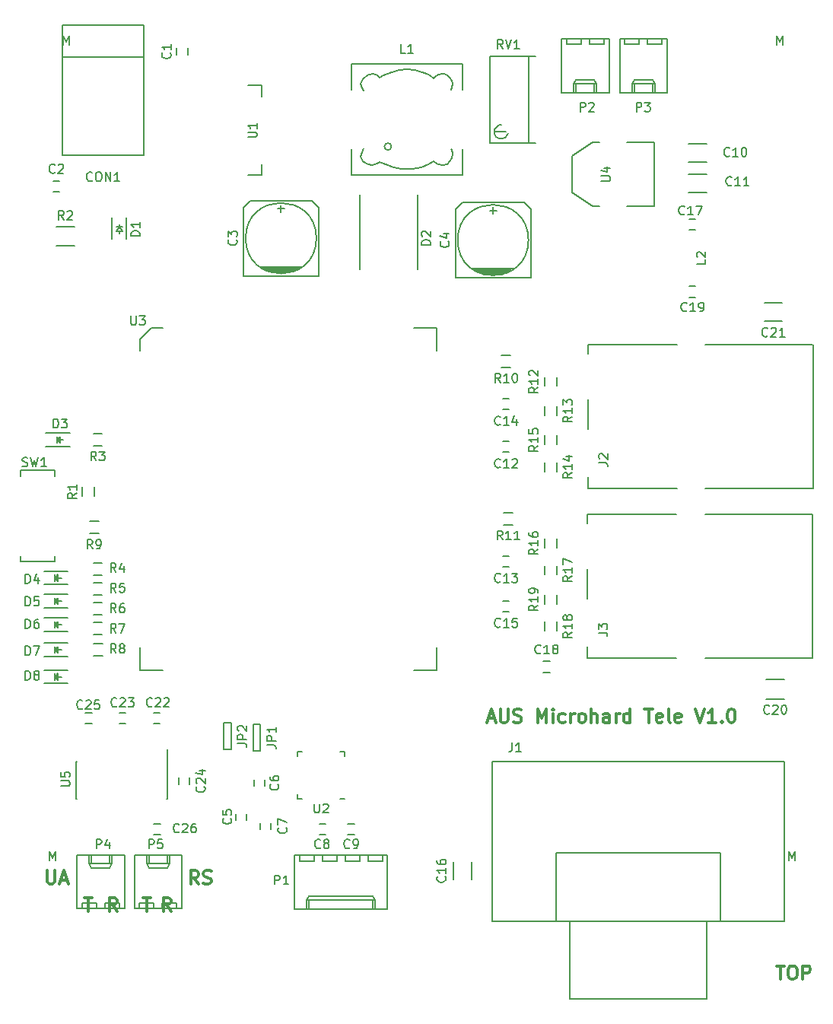
<source format=gbr>
G04 #@! TF.FileFunction,Legend,Top*
%FSLAX46Y46*%
G04 Gerber Fmt 4.6, Leading zero omitted, Abs format (unit mm)*
G04 Created by KiCad (PCBNEW 4.0.2-stable) date 09/08/16 16:07:14*
%MOMM*%
G01*
G04 APERTURE LIST*
%ADD10C,0.100000*%
%ADD11C,0.300000*%
%ADD12C,0.150000*%
G04 APERTURE END LIST*
D10*
D11*
X184335714Y-154778571D02*
X185192857Y-154778571D01*
X184764286Y-156278571D02*
X184764286Y-154778571D01*
X185978571Y-154778571D02*
X186264285Y-154778571D01*
X186407143Y-154850000D01*
X186550000Y-154992857D01*
X186621428Y-155278571D01*
X186621428Y-155778571D01*
X186550000Y-156064286D01*
X186407143Y-156207143D01*
X186264285Y-156278571D01*
X185978571Y-156278571D01*
X185835714Y-156207143D01*
X185692857Y-156064286D01*
X185621428Y-155778571D01*
X185621428Y-155278571D01*
X185692857Y-154992857D01*
X185835714Y-154850000D01*
X185978571Y-154778571D01*
X187264286Y-156278571D02*
X187264286Y-154778571D01*
X187835714Y-154778571D01*
X187978572Y-154850000D01*
X188050000Y-154921429D01*
X188121429Y-155064286D01*
X188121429Y-155278571D01*
X188050000Y-155421429D01*
X187978572Y-155492857D01*
X187835714Y-155564286D01*
X187264286Y-155564286D01*
X152250001Y-127250000D02*
X152964287Y-127250000D01*
X152107144Y-127678571D02*
X152607144Y-126178571D01*
X153107144Y-127678571D01*
X153607144Y-126178571D02*
X153607144Y-127392857D01*
X153678572Y-127535714D01*
X153750001Y-127607143D01*
X153892858Y-127678571D01*
X154178572Y-127678571D01*
X154321430Y-127607143D01*
X154392858Y-127535714D01*
X154464287Y-127392857D01*
X154464287Y-126178571D01*
X155107144Y-127607143D02*
X155321430Y-127678571D01*
X155678573Y-127678571D01*
X155821430Y-127607143D01*
X155892859Y-127535714D01*
X155964287Y-127392857D01*
X155964287Y-127250000D01*
X155892859Y-127107143D01*
X155821430Y-127035714D01*
X155678573Y-126964286D01*
X155392859Y-126892857D01*
X155250001Y-126821429D01*
X155178573Y-126750000D01*
X155107144Y-126607143D01*
X155107144Y-126464286D01*
X155178573Y-126321429D01*
X155250001Y-126250000D01*
X155392859Y-126178571D01*
X155750001Y-126178571D01*
X155964287Y-126250000D01*
X157750001Y-127678571D02*
X157750001Y-126178571D01*
X158250001Y-127250000D01*
X158750001Y-126178571D01*
X158750001Y-127678571D01*
X159464287Y-127678571D02*
X159464287Y-126678571D01*
X159464287Y-126178571D02*
X159392858Y-126250000D01*
X159464287Y-126321429D01*
X159535715Y-126250000D01*
X159464287Y-126178571D01*
X159464287Y-126321429D01*
X160821430Y-127607143D02*
X160678573Y-127678571D01*
X160392859Y-127678571D01*
X160250001Y-127607143D01*
X160178573Y-127535714D01*
X160107144Y-127392857D01*
X160107144Y-126964286D01*
X160178573Y-126821429D01*
X160250001Y-126750000D01*
X160392859Y-126678571D01*
X160678573Y-126678571D01*
X160821430Y-126750000D01*
X161464287Y-127678571D02*
X161464287Y-126678571D01*
X161464287Y-126964286D02*
X161535715Y-126821429D01*
X161607144Y-126750000D01*
X161750001Y-126678571D01*
X161892858Y-126678571D01*
X162607144Y-127678571D02*
X162464286Y-127607143D01*
X162392858Y-127535714D01*
X162321429Y-127392857D01*
X162321429Y-126964286D01*
X162392858Y-126821429D01*
X162464286Y-126750000D01*
X162607144Y-126678571D01*
X162821429Y-126678571D01*
X162964286Y-126750000D01*
X163035715Y-126821429D01*
X163107144Y-126964286D01*
X163107144Y-127392857D01*
X163035715Y-127535714D01*
X162964286Y-127607143D01*
X162821429Y-127678571D01*
X162607144Y-127678571D01*
X163750001Y-127678571D02*
X163750001Y-126178571D01*
X164392858Y-127678571D02*
X164392858Y-126892857D01*
X164321429Y-126750000D01*
X164178572Y-126678571D01*
X163964287Y-126678571D01*
X163821429Y-126750000D01*
X163750001Y-126821429D01*
X165750001Y-127678571D02*
X165750001Y-126892857D01*
X165678572Y-126750000D01*
X165535715Y-126678571D01*
X165250001Y-126678571D01*
X165107144Y-126750000D01*
X165750001Y-127607143D02*
X165607144Y-127678571D01*
X165250001Y-127678571D01*
X165107144Y-127607143D01*
X165035715Y-127464286D01*
X165035715Y-127321429D01*
X165107144Y-127178571D01*
X165250001Y-127107143D01*
X165607144Y-127107143D01*
X165750001Y-127035714D01*
X166464287Y-127678571D02*
X166464287Y-126678571D01*
X166464287Y-126964286D02*
X166535715Y-126821429D01*
X166607144Y-126750000D01*
X166750001Y-126678571D01*
X166892858Y-126678571D01*
X168035715Y-127678571D02*
X168035715Y-126178571D01*
X168035715Y-127607143D02*
X167892858Y-127678571D01*
X167607144Y-127678571D01*
X167464286Y-127607143D01*
X167392858Y-127535714D01*
X167321429Y-127392857D01*
X167321429Y-126964286D01*
X167392858Y-126821429D01*
X167464286Y-126750000D01*
X167607144Y-126678571D01*
X167892858Y-126678571D01*
X168035715Y-126750000D01*
X169678572Y-126178571D02*
X170535715Y-126178571D01*
X170107144Y-127678571D02*
X170107144Y-126178571D01*
X171607143Y-127607143D02*
X171464286Y-127678571D01*
X171178572Y-127678571D01*
X171035715Y-127607143D01*
X170964286Y-127464286D01*
X170964286Y-126892857D01*
X171035715Y-126750000D01*
X171178572Y-126678571D01*
X171464286Y-126678571D01*
X171607143Y-126750000D01*
X171678572Y-126892857D01*
X171678572Y-127035714D01*
X170964286Y-127178571D01*
X172535715Y-127678571D02*
X172392857Y-127607143D01*
X172321429Y-127464286D01*
X172321429Y-126178571D01*
X173678571Y-127607143D02*
X173535714Y-127678571D01*
X173250000Y-127678571D01*
X173107143Y-127607143D01*
X173035714Y-127464286D01*
X173035714Y-126892857D01*
X173107143Y-126750000D01*
X173250000Y-126678571D01*
X173535714Y-126678571D01*
X173678571Y-126750000D01*
X173750000Y-126892857D01*
X173750000Y-127035714D01*
X173035714Y-127178571D01*
X175321428Y-126178571D02*
X175821428Y-127678571D01*
X176321428Y-126178571D01*
X177607142Y-127678571D02*
X176749999Y-127678571D01*
X177178571Y-127678571D02*
X177178571Y-126178571D01*
X177035714Y-126392857D01*
X176892856Y-126535714D01*
X176749999Y-126607143D01*
X178249999Y-127535714D02*
X178321427Y-127607143D01*
X178249999Y-127678571D01*
X178178570Y-127607143D01*
X178249999Y-127535714D01*
X178249999Y-127678571D01*
X179249999Y-126178571D02*
X179392856Y-126178571D01*
X179535713Y-126250000D01*
X179607142Y-126321429D01*
X179678571Y-126464286D01*
X179749999Y-126750000D01*
X179749999Y-127107143D01*
X179678571Y-127392857D01*
X179607142Y-127535714D01*
X179535713Y-127607143D01*
X179392856Y-127678571D01*
X179249999Y-127678571D01*
X179107142Y-127607143D01*
X179035713Y-127535714D01*
X178964285Y-127392857D01*
X178892856Y-127107143D01*
X178892856Y-126750000D01*
X178964285Y-126464286D01*
X179035713Y-126321429D01*
X179107142Y-126250000D01*
X179249999Y-126178571D01*
X116964286Y-148678571D02*
X116464286Y-147964286D01*
X116107143Y-148678571D02*
X116107143Y-147178571D01*
X116678571Y-147178571D01*
X116821429Y-147250000D01*
X116892857Y-147321429D01*
X116964286Y-147464286D01*
X116964286Y-147678571D01*
X116892857Y-147821429D01*
X116821429Y-147892857D01*
X116678571Y-147964286D01*
X116107143Y-147964286D01*
X113821429Y-147178571D02*
X114678572Y-147178571D01*
X114250001Y-148678571D02*
X114250001Y-147178571D01*
X110964286Y-148678571D02*
X110464286Y-147964286D01*
X110107143Y-148678571D02*
X110107143Y-147178571D01*
X110678571Y-147178571D01*
X110821429Y-147250000D01*
X110892857Y-147321429D01*
X110964286Y-147464286D01*
X110964286Y-147678571D01*
X110892857Y-147821429D01*
X110821429Y-147892857D01*
X110678571Y-147964286D01*
X110107143Y-147964286D01*
X107321429Y-147178571D02*
X108178572Y-147178571D01*
X107750001Y-148678571D02*
X107750001Y-147178571D01*
X120000001Y-145678571D02*
X119500001Y-144964286D01*
X119142858Y-145678571D02*
X119142858Y-144178571D01*
X119714286Y-144178571D01*
X119857144Y-144250000D01*
X119928572Y-144321429D01*
X120000001Y-144464286D01*
X120000001Y-144678571D01*
X119928572Y-144821429D01*
X119857144Y-144892857D01*
X119714286Y-144964286D01*
X119142858Y-144964286D01*
X120571429Y-145607143D02*
X120785715Y-145678571D01*
X121142858Y-145678571D01*
X121285715Y-145607143D01*
X121357144Y-145535714D01*
X121428572Y-145392857D01*
X121428572Y-145250000D01*
X121357144Y-145107143D01*
X121285715Y-145035714D01*
X121142858Y-144964286D01*
X120857144Y-144892857D01*
X120714286Y-144821429D01*
X120642858Y-144750000D01*
X120571429Y-144607143D01*
X120571429Y-144464286D01*
X120642858Y-144321429D01*
X120714286Y-144250000D01*
X120857144Y-144178571D01*
X121214286Y-144178571D01*
X121428572Y-144250000D01*
X103178572Y-144178571D02*
X103178572Y-145392857D01*
X103250000Y-145535714D01*
X103321429Y-145607143D01*
X103464286Y-145678571D01*
X103750000Y-145678571D01*
X103892858Y-145607143D01*
X103964286Y-145535714D01*
X104035715Y-145392857D01*
X104035715Y-144178571D01*
X104678572Y-145250000D02*
X105392858Y-145250000D01*
X104535715Y-145678571D02*
X105035715Y-144178571D01*
X105535715Y-145678571D01*
D12*
X117600000Y-53350000D02*
X117600000Y-52650000D01*
X118800000Y-52650000D02*
X118800000Y-53350000D01*
X103850000Y-67400000D02*
X104550000Y-67400000D01*
X104550000Y-68600000D02*
X103850000Y-68600000D01*
X128184000Y-77610000D02*
X130216000Y-77610000D01*
X130597000Y-77483000D02*
X127803000Y-77483000D01*
X127549000Y-77356000D02*
X130851000Y-77356000D01*
X131105000Y-77229000D02*
X127295000Y-77229000D01*
X131232000Y-77102000D02*
X127168000Y-77102000D01*
X126914000Y-76975000D02*
X131486000Y-76975000D01*
X125009000Y-77991000D02*
X133391000Y-77991000D01*
X133391000Y-77991000D02*
X133391000Y-70371000D01*
X133391000Y-70371000D02*
X132629000Y-69609000D01*
X132629000Y-69609000D02*
X125771000Y-69609000D01*
X125771000Y-69609000D02*
X125009000Y-70371000D01*
X125009000Y-70371000D02*
X125009000Y-77991000D01*
X129200000Y-70117000D02*
X129200000Y-70879000D01*
X128819000Y-70498000D02*
X129581000Y-70498000D01*
X133137000Y-73800000D02*
G75*
G03X133137000Y-73800000I-3937000J0D01*
G01*
X151784000Y-77810000D02*
X153816000Y-77810000D01*
X154197000Y-77683000D02*
X151403000Y-77683000D01*
X151149000Y-77556000D02*
X154451000Y-77556000D01*
X154705000Y-77429000D02*
X150895000Y-77429000D01*
X154832000Y-77302000D02*
X150768000Y-77302000D01*
X150514000Y-77175000D02*
X155086000Y-77175000D01*
X148609000Y-78191000D02*
X156991000Y-78191000D01*
X156991000Y-78191000D02*
X156991000Y-70571000D01*
X156991000Y-70571000D02*
X156229000Y-69809000D01*
X156229000Y-69809000D02*
X149371000Y-69809000D01*
X149371000Y-69809000D02*
X148609000Y-70571000D01*
X148609000Y-70571000D02*
X148609000Y-78191000D01*
X152800000Y-70317000D02*
X152800000Y-71079000D01*
X152419000Y-70698000D02*
X153181000Y-70698000D01*
X156737000Y-74000000D02*
G75*
G03X156737000Y-74000000I-3937000J0D01*
G01*
X124200000Y-138550000D02*
X124200000Y-137850000D01*
X125400000Y-137850000D02*
X125400000Y-138550000D01*
X127400000Y-134050000D02*
X127400000Y-134750000D01*
X126200000Y-134750000D02*
X126200000Y-134050000D01*
X128100000Y-138900000D02*
X128100000Y-139600000D01*
X126900000Y-139600000D02*
X126900000Y-138900000D01*
X134150000Y-140200000D02*
X133450000Y-140200000D01*
X133450000Y-139000000D02*
X134150000Y-139000000D01*
X137350000Y-140200000D02*
X136650000Y-140200000D01*
X136650000Y-139000000D02*
X137350000Y-139000000D01*
X176562242Y-63266594D02*
X174562242Y-63266594D01*
X174562242Y-65316594D02*
X176562242Y-65316594D01*
X176562242Y-66666594D02*
X174562242Y-66666594D01*
X174562242Y-68716594D02*
X176562242Y-68716594D01*
X154600000Y-97600000D02*
X153900000Y-97600000D01*
X153900000Y-96400000D02*
X154600000Y-96400000D01*
X154600000Y-110350000D02*
X153900000Y-110350000D01*
X153900000Y-109150000D02*
X154600000Y-109150000D01*
X154600000Y-92850000D02*
X153900000Y-92850000D01*
X153900000Y-91650000D02*
X154600000Y-91650000D01*
X154600000Y-115350000D02*
X153900000Y-115350000D01*
X153900000Y-114150000D02*
X154600000Y-114150000D01*
X148375000Y-143200000D02*
X148375000Y-145200000D01*
X150425000Y-145200000D02*
X150425000Y-143200000D01*
X174650000Y-71650000D02*
X175350000Y-71650000D01*
X175350000Y-72850000D02*
X174650000Y-72850000D01*
X158400000Y-120900000D02*
X159100000Y-120900000D01*
X159100000Y-122100000D02*
X158400000Y-122100000D01*
X174650000Y-79150000D02*
X175350000Y-79150000D01*
X175350000Y-80350000D02*
X174650000Y-80350000D01*
X183000000Y-83025000D02*
X185000000Y-83025000D01*
X185000000Y-80975000D02*
X183000000Y-80975000D01*
X113900880Y-53598840D02*
X104899120Y-53598840D01*
X113900880Y-50098720D02*
X104899120Y-50098720D01*
X104899120Y-50098720D02*
X104899120Y-64599580D01*
X104899120Y-64599580D02*
X113900880Y-64599580D01*
X113900880Y-64599580D02*
X113900880Y-50098720D01*
X111200000Y-73050000D02*
X111200000Y-73300000D01*
X111200000Y-72550000D02*
X111200000Y-72300000D01*
X111200000Y-72550000D02*
X111550000Y-73050000D01*
X111550000Y-73050000D02*
X110850000Y-73050000D01*
X110850000Y-73050000D02*
X111200000Y-72550000D01*
X111550000Y-72550000D02*
X110850000Y-72550000D01*
X110400000Y-71500000D02*
X110400000Y-73900000D01*
X112000000Y-71500000D02*
X112000000Y-73900000D01*
X138000000Y-77300000D02*
X138000000Y-69000000D01*
X144400000Y-69000000D02*
X144400000Y-77300000D01*
X103000000Y-96950000D02*
X105700000Y-96950000D01*
X103000000Y-95450000D02*
X105700000Y-95450000D01*
X104500000Y-96350000D02*
X104500000Y-96100000D01*
X104500000Y-96100000D02*
X104350000Y-96250000D01*
X104250000Y-95850000D02*
X104250000Y-96550000D01*
X104600000Y-96200000D02*
X104950000Y-96200000D01*
X104250000Y-96200000D02*
X104600000Y-95850000D01*
X104600000Y-95850000D02*
X104600000Y-96550000D01*
X104600000Y-96550000D02*
X104250000Y-96200000D01*
X102800000Y-112350000D02*
X105500000Y-112350000D01*
X102800000Y-110850000D02*
X105500000Y-110850000D01*
X104300000Y-111750000D02*
X104300000Y-111500000D01*
X104300000Y-111500000D02*
X104150000Y-111650000D01*
X104050000Y-111250000D02*
X104050000Y-111950000D01*
X104400000Y-111600000D02*
X104750000Y-111600000D01*
X104050000Y-111600000D02*
X104400000Y-111250000D01*
X104400000Y-111250000D02*
X104400000Y-111950000D01*
X104400000Y-111950000D02*
X104050000Y-111600000D01*
X102800000Y-114950000D02*
X105500000Y-114950000D01*
X102800000Y-113450000D02*
X105500000Y-113450000D01*
X104300000Y-114350000D02*
X104300000Y-114100000D01*
X104300000Y-114100000D02*
X104150000Y-114250000D01*
X104050000Y-113850000D02*
X104050000Y-114550000D01*
X104400000Y-114200000D02*
X104750000Y-114200000D01*
X104050000Y-114200000D02*
X104400000Y-113850000D01*
X104400000Y-113850000D02*
X104400000Y-114550000D01*
X104400000Y-114550000D02*
X104050000Y-114200000D01*
X102800000Y-117550000D02*
X105500000Y-117550000D01*
X102800000Y-116050000D02*
X105500000Y-116050000D01*
X104300000Y-116950000D02*
X104300000Y-116700000D01*
X104300000Y-116700000D02*
X104150000Y-116850000D01*
X104050000Y-116450000D02*
X104050000Y-117150000D01*
X104400000Y-116800000D02*
X104750000Y-116800000D01*
X104050000Y-116800000D02*
X104400000Y-116450000D01*
X104400000Y-116450000D02*
X104400000Y-117150000D01*
X104400000Y-117150000D02*
X104050000Y-116800000D01*
X102800000Y-120350000D02*
X105500000Y-120350000D01*
X102800000Y-118850000D02*
X105500000Y-118850000D01*
X104300000Y-119750000D02*
X104300000Y-119500000D01*
X104300000Y-119500000D02*
X104150000Y-119650000D01*
X104050000Y-119250000D02*
X104050000Y-119950000D01*
X104400000Y-119600000D02*
X104750000Y-119600000D01*
X104050000Y-119600000D02*
X104400000Y-119250000D01*
X104400000Y-119250000D02*
X104400000Y-119950000D01*
X104400000Y-119950000D02*
X104050000Y-119600000D01*
X102800000Y-123350000D02*
X105500000Y-123350000D01*
X102800000Y-121850000D02*
X105500000Y-121850000D01*
X104300000Y-122750000D02*
X104300000Y-122500000D01*
X104300000Y-122500000D02*
X104150000Y-122650000D01*
X104050000Y-122250000D02*
X104050000Y-122950000D01*
X104400000Y-122600000D02*
X104750000Y-122600000D01*
X104050000Y-122600000D02*
X104400000Y-122250000D01*
X104400000Y-122250000D02*
X104400000Y-122950000D01*
X104400000Y-122950000D02*
X104050000Y-122600000D01*
X185259000Y-132044000D02*
X152747000Y-132044000D01*
X152747000Y-132044000D02*
X152747000Y-149824000D01*
X152747000Y-149824000D02*
X185259000Y-149824000D01*
X185259000Y-149824000D02*
X185259000Y-132044000D01*
X178147000Y-149824000D02*
X178147000Y-142204000D01*
X178147000Y-142204000D02*
X159859000Y-142204000D01*
X159859000Y-142204000D02*
X159859000Y-149824000D01*
X176623000Y-149824000D02*
X176623000Y-158460000D01*
X176623000Y-158460000D02*
X161383000Y-158460000D01*
X161383000Y-158460000D02*
X161383000Y-149824000D01*
X188358000Y-85618000D02*
X176420000Y-85618000D01*
X173245000Y-85618000D02*
X163339000Y-85618000D01*
X188358000Y-101620000D02*
X176420000Y-101620000D01*
X173245000Y-101620000D02*
X163339000Y-101620000D01*
X163339000Y-85618000D02*
X163339000Y-86634000D01*
X163339000Y-95016000D02*
X163339000Y-91714000D01*
X163339000Y-101620000D02*
X163339000Y-100350000D01*
X188403720Y-101620000D02*
X188403720Y-85618000D01*
X188316000Y-104538000D02*
X176378000Y-104538000D01*
X173203000Y-104538000D02*
X163297000Y-104538000D01*
X188316000Y-120540000D02*
X176378000Y-120540000D01*
X173203000Y-120540000D02*
X163297000Y-120540000D01*
X163297000Y-104538000D02*
X163297000Y-105554000D01*
X163297000Y-113936000D02*
X163297000Y-110634000D01*
X163297000Y-120540000D02*
X163297000Y-119270000D01*
X188361720Y-120540000D02*
X188361720Y-104538000D01*
X126100000Y-130780000D02*
X126100000Y-127910000D01*
X126100000Y-127910000D02*
X126900000Y-127910000D01*
X126900000Y-127910000D02*
X126900000Y-130820000D01*
X126900000Y-130820000D02*
X126110000Y-130820000D01*
X122850000Y-130630000D02*
X122850000Y-127760000D01*
X122850000Y-127760000D02*
X123650000Y-127760000D01*
X123650000Y-127760000D02*
X123650000Y-130670000D01*
X123650000Y-130670000D02*
X122860000Y-130670000D01*
X141490654Y-63599740D02*
G75*
G03X141490654Y-63599740I-391234J0D01*
G01*
X148099660Y-63899460D02*
X148201260Y-64001060D01*
X148201260Y-64001060D02*
X148300320Y-64399840D01*
X148300320Y-64399840D02*
X148201260Y-64900220D01*
X148201260Y-64900220D02*
X148000600Y-65199940D01*
X148000600Y-65199940D02*
X147700880Y-65601260D01*
X147700880Y-65601260D02*
X147200500Y-65700320D01*
X147200500Y-65700320D02*
X146700120Y-65601260D01*
X146700120Y-65601260D02*
X146298800Y-65299000D01*
X146298800Y-65299000D02*
X146199740Y-65199940D01*
X146199740Y-65199940D02*
X145600300Y-65601260D01*
X145600300Y-65601260D02*
X144800200Y-65900980D01*
X144800200Y-65900980D02*
X143799440Y-66099100D01*
X143799440Y-66099100D02*
X142600560Y-66099100D01*
X142600560Y-66099100D02*
X141698860Y-65900980D01*
X141698860Y-65900980D02*
X141099420Y-65700320D01*
X141099420Y-65700320D02*
X140599040Y-65499660D01*
X140599040Y-65499660D02*
X140200260Y-65299000D01*
X140200260Y-65299000D02*
X139900540Y-65499660D01*
X139900540Y-65499660D02*
X139301100Y-65700320D01*
X139301100Y-65700320D02*
X138899780Y-65601260D01*
X138899780Y-65601260D02*
X138600060Y-65400600D01*
X138600060Y-65400600D02*
X138300340Y-65199940D01*
X138300340Y-65199940D02*
X138099680Y-64699560D01*
X138099680Y-64699560D02*
X138198740Y-64199180D01*
X138198740Y-64199180D02*
X138399400Y-63800400D01*
X148099660Y-57300540D02*
X148201260Y-57000820D01*
X148201260Y-57000820D02*
X148300320Y-56599500D01*
X148300320Y-56599500D02*
X148201260Y-56299780D01*
X148201260Y-56299780D02*
X148000600Y-55901000D01*
X148000600Y-55901000D02*
X147700880Y-55700340D01*
X147700880Y-55700340D02*
X147401160Y-55499680D01*
X147401160Y-55499680D02*
X147098900Y-55499680D01*
X147098900Y-55499680D02*
X146799180Y-55598740D01*
X146799180Y-55598740D02*
X146499460Y-55700340D01*
X146499460Y-55700340D02*
X146199740Y-56000060D01*
X146199740Y-56000060D02*
X145800960Y-55700340D01*
X145800960Y-55700340D02*
X145399640Y-55499680D01*
X145399640Y-55499680D02*
X144899260Y-55299020D01*
X144899260Y-55299020D02*
X144099160Y-55100900D01*
X144099160Y-55100900D02*
X143200000Y-54999300D01*
X143200000Y-54999300D02*
X142399900Y-55100900D01*
X142399900Y-55100900D02*
X141500740Y-55299020D01*
X141500740Y-55299020D02*
X140599040Y-55700340D01*
X140599040Y-55700340D02*
X140200260Y-55901000D01*
X140200260Y-55901000D02*
X139900540Y-55700340D01*
X139900540Y-55700340D02*
X139499220Y-55499680D01*
X139499220Y-55499680D02*
X138998840Y-55598740D01*
X138998840Y-55598740D02*
X138600060Y-55799400D01*
X138600060Y-55799400D02*
X138300340Y-56099120D01*
X138300340Y-56099120D02*
X138099680Y-56599500D01*
X138099680Y-56599500D02*
X138198740Y-57099880D01*
X138198740Y-57099880D02*
X138399400Y-57399600D01*
X136999860Y-63899460D02*
X136999860Y-66800140D01*
X136999860Y-66800140D02*
X149400140Y-66800140D01*
X149400140Y-66800140D02*
X149400140Y-63899460D01*
X149400140Y-54399860D02*
X136999860Y-54399860D01*
X136999860Y-54399860D02*
X136999860Y-57300540D01*
X149400140Y-54399860D02*
X149400140Y-57300540D01*
X130690000Y-142480000D02*
X130690000Y-148480000D01*
X130690000Y-148480000D02*
X141050000Y-148480000D01*
X141050000Y-148480000D02*
X141050000Y-142480000D01*
X141050000Y-142480000D02*
X130690000Y-142480000D01*
X132060000Y-148480000D02*
X132060000Y-147480000D01*
X132060000Y-147480000D02*
X139680000Y-147480000D01*
X139680000Y-147480000D02*
X139680000Y-148480000D01*
X132060000Y-147480000D02*
X132310000Y-147050000D01*
X132310000Y-147050000D02*
X139430000Y-147050000D01*
X139430000Y-147050000D02*
X139680000Y-147480000D01*
X132310000Y-148480000D02*
X132310000Y-147480000D01*
X139430000Y-148480000D02*
X139430000Y-147480000D01*
X131260000Y-142480000D02*
X131260000Y-143100000D01*
X131260000Y-143100000D02*
X132860000Y-143100000D01*
X132860000Y-143100000D02*
X132860000Y-142480000D01*
X133800000Y-142480000D02*
X133800000Y-143100000D01*
X133800000Y-143100000D02*
X135400000Y-143100000D01*
X135400000Y-143100000D02*
X135400000Y-142480000D01*
X136340000Y-142480000D02*
X136340000Y-143100000D01*
X136340000Y-143100000D02*
X137940000Y-143100000D01*
X137940000Y-143100000D02*
X137940000Y-142480000D01*
X138880000Y-142480000D02*
X138880000Y-143100000D01*
X138880000Y-143100000D02*
X140480000Y-143100000D01*
X140480000Y-143100000D02*
X140480000Y-142480000D01*
X160430000Y-51580000D02*
X160430000Y-57580000D01*
X160430000Y-57580000D02*
X165710000Y-57580000D01*
X165710000Y-57580000D02*
X165710000Y-51580000D01*
X165710000Y-51580000D02*
X160430000Y-51580000D01*
X161800000Y-57580000D02*
X161800000Y-56580000D01*
X161800000Y-56580000D02*
X164340000Y-56580000D01*
X164340000Y-56580000D02*
X164340000Y-57580000D01*
X161800000Y-56580000D02*
X162050000Y-56150000D01*
X162050000Y-56150000D02*
X164090000Y-56150000D01*
X164090000Y-56150000D02*
X164340000Y-56580000D01*
X162050000Y-57580000D02*
X162050000Y-56580000D01*
X164090000Y-57580000D02*
X164090000Y-56580000D01*
X161000000Y-51580000D02*
X161000000Y-52200000D01*
X161000000Y-52200000D02*
X162600000Y-52200000D01*
X162600000Y-52200000D02*
X162600000Y-51580000D01*
X163540000Y-51580000D02*
X163540000Y-52200000D01*
X163540000Y-52200000D02*
X165140000Y-52200000D01*
X165140000Y-52200000D02*
X165140000Y-51580000D01*
X166890000Y-51580000D02*
X166890000Y-57580000D01*
X166890000Y-57580000D02*
X172170000Y-57580000D01*
X172170000Y-57580000D02*
X172170000Y-51580000D01*
X172170000Y-51580000D02*
X166890000Y-51580000D01*
X168260000Y-57580000D02*
X168260000Y-56580000D01*
X168260000Y-56580000D02*
X170800000Y-56580000D01*
X170800000Y-56580000D02*
X170800000Y-57580000D01*
X168260000Y-56580000D02*
X168510000Y-56150000D01*
X168510000Y-56150000D02*
X170550000Y-56150000D01*
X170550000Y-56150000D02*
X170800000Y-56580000D01*
X168510000Y-57580000D02*
X168510000Y-56580000D01*
X170550000Y-57580000D02*
X170550000Y-56580000D01*
X167460000Y-51580000D02*
X167460000Y-52200000D01*
X167460000Y-52200000D02*
X169060000Y-52200000D01*
X169060000Y-52200000D02*
X169060000Y-51580000D01*
X170000000Y-51580000D02*
X170000000Y-52200000D01*
X170000000Y-52200000D02*
X171600000Y-52200000D01*
X171600000Y-52200000D02*
X171600000Y-51580000D01*
X108425000Y-101500000D02*
X108425000Y-102500000D01*
X107075000Y-102500000D02*
X107075000Y-101500000D01*
X106200000Y-74675000D02*
X104200000Y-74675000D01*
X104200000Y-72525000D02*
X106200000Y-72525000D01*
X108300000Y-95525000D02*
X109300000Y-95525000D01*
X109300000Y-96875000D02*
X108300000Y-96875000D01*
X108300000Y-109925000D02*
X109300000Y-109925000D01*
X109300000Y-111275000D02*
X108300000Y-111275000D01*
X108300000Y-112125000D02*
X109300000Y-112125000D01*
X109300000Y-113475000D02*
X108300000Y-113475000D01*
X108300000Y-114325000D02*
X109300000Y-114325000D01*
X109300000Y-115675000D02*
X108300000Y-115675000D01*
X108300000Y-116525000D02*
X109300000Y-116525000D01*
X109300000Y-117875000D02*
X108300000Y-117875000D01*
X108350000Y-118925000D02*
X109350000Y-118925000D01*
X109350000Y-120275000D02*
X108350000Y-120275000D01*
X107900000Y-105325000D02*
X108900000Y-105325000D01*
X108900000Y-106675000D02*
X107900000Y-106675000D01*
X153750000Y-86825000D02*
X154750000Y-86825000D01*
X154750000Y-88175000D02*
X153750000Y-88175000D01*
X154000000Y-104325000D02*
X155000000Y-104325000D01*
X155000000Y-105675000D02*
X154000000Y-105675000D01*
X159925000Y-89250000D02*
X159925000Y-90250000D01*
X158575000Y-90250000D02*
X158575000Y-89250000D01*
X158575000Y-93500000D02*
X158575000Y-92500000D01*
X159925000Y-92500000D02*
X159925000Y-93500000D01*
X158575000Y-99750000D02*
X158575000Y-98750000D01*
X159925000Y-98750000D02*
X159925000Y-99750000D01*
X159925000Y-95750000D02*
X159925000Y-96750000D01*
X158575000Y-96750000D02*
X158575000Y-95750000D01*
X159925000Y-107250000D02*
X159925000Y-108250000D01*
X158575000Y-108250000D02*
X158575000Y-107250000D01*
X158575000Y-111250000D02*
X158575000Y-110250000D01*
X159925000Y-110250000D02*
X159925000Y-111250000D01*
X158575000Y-117500000D02*
X158575000Y-116500000D01*
X159925000Y-116500000D02*
X159925000Y-117500000D01*
X159925000Y-113500000D02*
X159925000Y-114500000D01*
X158575000Y-114500000D02*
X158575000Y-113500000D01*
X152968000Y-61956000D02*
X154238000Y-61956000D01*
X153717300Y-61168600D02*
X153463300Y-61206700D01*
X153463300Y-61206700D02*
X153183900Y-61384500D01*
X153183900Y-61384500D02*
X152968000Y-61702000D01*
X152968000Y-61702000D02*
X152955300Y-62146500D01*
X152955300Y-62146500D02*
X153158500Y-62502100D01*
X153158500Y-62502100D02*
X153450600Y-62679900D01*
X153450600Y-62679900D02*
X153768100Y-62730700D01*
X153768100Y-62730700D02*
X154174500Y-62629100D01*
X154174500Y-62629100D02*
X154428500Y-62286200D01*
X154428500Y-62286200D02*
X154517400Y-62108400D01*
X156778000Y-53574000D02*
X156778000Y-63226000D01*
X153730000Y-63226000D02*
X152460000Y-63226000D01*
X152460000Y-63226000D02*
X152460000Y-53574000D01*
X152460000Y-53574000D02*
X157540000Y-53574000D01*
X157540000Y-63226000D02*
X155000000Y-63226000D01*
X155000000Y-63226000D02*
X153730000Y-63226000D01*
X100210000Y-99620000D02*
X100210000Y-100255000D01*
X104020000Y-99620000D02*
X100210000Y-99620000D01*
X104020000Y-100255000D02*
X104020000Y-99620000D01*
X100210000Y-109780000D02*
X100210000Y-109145000D01*
X104020000Y-109780000D02*
X100210000Y-109780000D01*
X104020000Y-109145000D02*
X104020000Y-109780000D01*
X127050000Y-56800000D02*
X127050000Y-58050000D01*
X127050000Y-56800000D02*
X125550000Y-56800000D01*
X127050000Y-66800000D02*
X125550000Y-66800000D01*
X127050000Y-66800000D02*
X127050000Y-65550000D01*
X131037500Y-136162500D02*
X131037500Y-135637500D01*
X136287500Y-130912500D02*
X136287500Y-131437500D01*
X131037500Y-130912500D02*
X131037500Y-131437500D01*
X136287500Y-136162500D02*
X135762500Y-136162500D01*
X136287500Y-130912500D02*
X135762500Y-130912500D01*
X131037500Y-130912500D02*
X131562500Y-130912500D01*
X131037500Y-136162500D02*
X131562500Y-136162500D01*
X114770000Y-83780000D02*
X116040000Y-83780000D01*
X113500000Y-85050000D02*
X114770000Y-83780000D01*
X113500000Y-86320000D02*
X113500000Y-85050000D01*
X146520000Y-83780000D02*
X143980000Y-83780000D01*
X146520000Y-86320000D02*
X146520000Y-83780000D01*
X113500000Y-121880000D02*
X113500000Y-119340000D01*
X116040000Y-121880000D02*
X113500000Y-121880000D01*
X146520000Y-121880000D02*
X143980000Y-121880000D01*
X146520000Y-119340000D02*
X146520000Y-121880000D01*
X167686242Y-70247594D02*
X170734242Y-70247594D01*
X170734242Y-70247594D02*
X170734242Y-63135594D01*
X170734242Y-63135594D02*
X167686242Y-63135594D01*
X164638242Y-70247594D02*
X163876242Y-70247594D01*
X163876242Y-70247594D02*
X161590242Y-68723594D01*
X161590242Y-68723594D02*
X161590242Y-64659594D01*
X161590242Y-64659594D02*
X163876242Y-63135594D01*
X163876242Y-63135594D02*
X164638242Y-63135594D01*
X115741628Y-127800000D02*
X115041628Y-127800000D01*
X115041628Y-126600000D02*
X115741628Y-126600000D01*
X111200000Y-126600000D02*
X111900000Y-126600000D01*
X111900000Y-127800000D02*
X111200000Y-127800000D01*
X119000000Y-133850000D02*
X119000000Y-134550000D01*
X117800000Y-134550000D02*
X117800000Y-133850000D01*
X108150000Y-127800000D02*
X107450000Y-127800000D01*
X107450000Y-126600000D02*
X108150000Y-126600000D01*
X115050000Y-139000000D02*
X115750000Y-139000000D01*
X115750000Y-140200000D02*
X115050000Y-140200000D01*
X111770000Y-148420000D02*
X111770000Y-142420000D01*
X111770000Y-142420000D02*
X106490000Y-142420000D01*
X106490000Y-142420000D02*
X106490000Y-148420000D01*
X106490000Y-148420000D02*
X111770000Y-148420000D01*
X110400000Y-142420000D02*
X110400000Y-143420000D01*
X110400000Y-143420000D02*
X107860000Y-143420000D01*
X107860000Y-143420000D02*
X107860000Y-142420000D01*
X110400000Y-143420000D02*
X110150000Y-143850000D01*
X110150000Y-143850000D02*
X108110000Y-143850000D01*
X108110000Y-143850000D02*
X107860000Y-143420000D01*
X110150000Y-142420000D02*
X110150000Y-143420000D01*
X108110000Y-142420000D02*
X108110000Y-143420000D01*
X111200000Y-148420000D02*
X111200000Y-147800000D01*
X111200000Y-147800000D02*
X109600000Y-147800000D01*
X109600000Y-147800000D02*
X109600000Y-148420000D01*
X108660000Y-148420000D02*
X108660000Y-147800000D01*
X108660000Y-147800000D02*
X107060000Y-147800000D01*
X107060000Y-147800000D02*
X107060000Y-148420000D01*
X118170000Y-148420000D02*
X118170000Y-142420000D01*
X118170000Y-142420000D02*
X112890000Y-142420000D01*
X112890000Y-142420000D02*
X112890000Y-148420000D01*
X112890000Y-148420000D02*
X118170000Y-148420000D01*
X116800000Y-142420000D02*
X116800000Y-143420000D01*
X116800000Y-143420000D02*
X114260000Y-143420000D01*
X114260000Y-143420000D02*
X114260000Y-142420000D01*
X116800000Y-143420000D02*
X116550000Y-143850000D01*
X116550000Y-143850000D02*
X114510000Y-143850000D01*
X114510000Y-143850000D02*
X114260000Y-143420000D01*
X116550000Y-142420000D02*
X116550000Y-143420000D01*
X114510000Y-142420000D02*
X114510000Y-143420000D01*
X117600000Y-148420000D02*
X117600000Y-147800000D01*
X117600000Y-147800000D02*
X116000000Y-147800000D01*
X116000000Y-147800000D02*
X116000000Y-148420000D01*
X115060000Y-148420000D02*
X115060000Y-147800000D01*
X115060000Y-147800000D02*
X113460000Y-147800000D01*
X113460000Y-147800000D02*
X113460000Y-148420000D01*
X116561628Y-132061066D02*
X116536628Y-132061066D01*
X116561628Y-136211066D02*
X116456628Y-136211066D01*
X106411628Y-136211066D02*
X106516628Y-136211066D01*
X106411628Y-132061066D02*
X106516628Y-132061066D01*
X116561628Y-132061066D02*
X116561628Y-136211066D01*
X106411628Y-132061066D02*
X106411628Y-136211066D01*
X116536628Y-132061066D02*
X116536628Y-130686066D01*
X183200000Y-122925000D02*
X185200000Y-122925000D01*
X185200000Y-125075000D02*
X183200000Y-125075000D01*
X116857143Y-53166666D02*
X116904762Y-53214285D01*
X116952381Y-53357142D01*
X116952381Y-53452380D01*
X116904762Y-53595238D01*
X116809524Y-53690476D01*
X116714286Y-53738095D01*
X116523810Y-53785714D01*
X116380952Y-53785714D01*
X116190476Y-53738095D01*
X116095238Y-53690476D01*
X116000000Y-53595238D01*
X115952381Y-53452380D01*
X115952381Y-53357142D01*
X116000000Y-53214285D01*
X116047619Y-53166666D01*
X116952381Y-52214285D02*
X116952381Y-52785714D01*
X116952381Y-52500000D02*
X115952381Y-52500000D01*
X116095238Y-52595238D01*
X116190476Y-52690476D01*
X116238095Y-52785714D01*
X104033334Y-66457143D02*
X103985715Y-66504762D01*
X103842858Y-66552381D01*
X103747620Y-66552381D01*
X103604762Y-66504762D01*
X103509524Y-66409524D01*
X103461905Y-66314286D01*
X103414286Y-66123810D01*
X103414286Y-65980952D01*
X103461905Y-65790476D01*
X103509524Y-65695238D01*
X103604762Y-65600000D01*
X103747620Y-65552381D01*
X103842858Y-65552381D01*
X103985715Y-65600000D01*
X104033334Y-65647619D01*
X104414286Y-65647619D02*
X104461905Y-65600000D01*
X104557143Y-65552381D01*
X104795239Y-65552381D01*
X104890477Y-65600000D01*
X104938096Y-65647619D01*
X104985715Y-65742857D01*
X104985715Y-65838095D01*
X104938096Y-65980952D01*
X104366667Y-66552381D01*
X104985715Y-66552381D01*
X124223143Y-73966666D02*
X124270762Y-74014285D01*
X124318381Y-74157142D01*
X124318381Y-74252380D01*
X124270762Y-74395238D01*
X124175524Y-74490476D01*
X124080286Y-74538095D01*
X123889810Y-74585714D01*
X123746952Y-74585714D01*
X123556476Y-74538095D01*
X123461238Y-74490476D01*
X123366000Y-74395238D01*
X123318381Y-74252380D01*
X123318381Y-74157142D01*
X123366000Y-74014285D01*
X123413619Y-73966666D01*
X123318381Y-73633333D02*
X123318381Y-73014285D01*
X123699333Y-73347619D01*
X123699333Y-73204761D01*
X123746952Y-73109523D01*
X123794571Y-73061904D01*
X123889810Y-73014285D01*
X124127905Y-73014285D01*
X124223143Y-73061904D01*
X124270762Y-73109523D01*
X124318381Y-73204761D01*
X124318381Y-73490476D01*
X124270762Y-73585714D01*
X124223143Y-73633333D01*
X147823143Y-74166666D02*
X147870762Y-74214285D01*
X147918381Y-74357142D01*
X147918381Y-74452380D01*
X147870762Y-74595238D01*
X147775524Y-74690476D01*
X147680286Y-74738095D01*
X147489810Y-74785714D01*
X147346952Y-74785714D01*
X147156476Y-74738095D01*
X147061238Y-74690476D01*
X146966000Y-74595238D01*
X146918381Y-74452380D01*
X146918381Y-74357142D01*
X146966000Y-74214285D01*
X147013619Y-74166666D01*
X147251714Y-73309523D02*
X147918381Y-73309523D01*
X146870762Y-73547619D02*
X147585048Y-73785714D01*
X147585048Y-73166666D01*
X123607143Y-138366666D02*
X123654762Y-138414285D01*
X123702381Y-138557142D01*
X123702381Y-138652380D01*
X123654762Y-138795238D01*
X123559524Y-138890476D01*
X123464286Y-138938095D01*
X123273810Y-138985714D01*
X123130952Y-138985714D01*
X122940476Y-138938095D01*
X122845238Y-138890476D01*
X122750000Y-138795238D01*
X122702381Y-138652380D01*
X122702381Y-138557142D01*
X122750000Y-138414285D01*
X122797619Y-138366666D01*
X122702381Y-137461904D02*
X122702381Y-137938095D01*
X123178571Y-137985714D01*
X123130952Y-137938095D01*
X123083333Y-137842857D01*
X123083333Y-137604761D01*
X123130952Y-137509523D01*
X123178571Y-137461904D01*
X123273810Y-137414285D01*
X123511905Y-137414285D01*
X123607143Y-137461904D01*
X123654762Y-137509523D01*
X123702381Y-137604761D01*
X123702381Y-137842857D01*
X123654762Y-137938095D01*
X123607143Y-137985714D01*
X128857143Y-134566666D02*
X128904762Y-134614285D01*
X128952381Y-134757142D01*
X128952381Y-134852380D01*
X128904762Y-134995238D01*
X128809524Y-135090476D01*
X128714286Y-135138095D01*
X128523810Y-135185714D01*
X128380952Y-135185714D01*
X128190476Y-135138095D01*
X128095238Y-135090476D01*
X128000000Y-134995238D01*
X127952381Y-134852380D01*
X127952381Y-134757142D01*
X128000000Y-134614285D01*
X128047619Y-134566666D01*
X127952381Y-133709523D02*
X127952381Y-133900000D01*
X128000000Y-133995238D01*
X128047619Y-134042857D01*
X128190476Y-134138095D01*
X128380952Y-134185714D01*
X128761905Y-134185714D01*
X128857143Y-134138095D01*
X128904762Y-134090476D01*
X128952381Y-133995238D01*
X128952381Y-133804761D01*
X128904762Y-133709523D01*
X128857143Y-133661904D01*
X128761905Y-133614285D01*
X128523810Y-133614285D01*
X128428571Y-133661904D01*
X128380952Y-133709523D01*
X128333333Y-133804761D01*
X128333333Y-133995238D01*
X128380952Y-134090476D01*
X128428571Y-134138095D01*
X128523810Y-134185714D01*
X129757143Y-139416666D02*
X129804762Y-139464285D01*
X129852381Y-139607142D01*
X129852381Y-139702380D01*
X129804762Y-139845238D01*
X129709524Y-139940476D01*
X129614286Y-139988095D01*
X129423810Y-140035714D01*
X129280952Y-140035714D01*
X129090476Y-139988095D01*
X128995238Y-139940476D01*
X128900000Y-139845238D01*
X128852381Y-139702380D01*
X128852381Y-139607142D01*
X128900000Y-139464285D01*
X128947619Y-139416666D01*
X128852381Y-139083333D02*
X128852381Y-138416666D01*
X129852381Y-138845238D01*
X133583334Y-141607143D02*
X133535715Y-141654762D01*
X133392858Y-141702381D01*
X133297620Y-141702381D01*
X133154762Y-141654762D01*
X133059524Y-141559524D01*
X133011905Y-141464286D01*
X132964286Y-141273810D01*
X132964286Y-141130952D01*
X133011905Y-140940476D01*
X133059524Y-140845238D01*
X133154762Y-140750000D01*
X133297620Y-140702381D01*
X133392858Y-140702381D01*
X133535715Y-140750000D01*
X133583334Y-140797619D01*
X134154762Y-141130952D02*
X134059524Y-141083333D01*
X134011905Y-141035714D01*
X133964286Y-140940476D01*
X133964286Y-140892857D01*
X134011905Y-140797619D01*
X134059524Y-140750000D01*
X134154762Y-140702381D01*
X134345239Y-140702381D01*
X134440477Y-140750000D01*
X134488096Y-140797619D01*
X134535715Y-140892857D01*
X134535715Y-140940476D01*
X134488096Y-141035714D01*
X134440477Y-141083333D01*
X134345239Y-141130952D01*
X134154762Y-141130952D01*
X134059524Y-141178571D01*
X134011905Y-141226190D01*
X133964286Y-141321429D01*
X133964286Y-141511905D01*
X134011905Y-141607143D01*
X134059524Y-141654762D01*
X134154762Y-141702381D01*
X134345239Y-141702381D01*
X134440477Y-141654762D01*
X134488096Y-141607143D01*
X134535715Y-141511905D01*
X134535715Y-141321429D01*
X134488096Y-141226190D01*
X134440477Y-141178571D01*
X134345239Y-141130952D01*
X136833334Y-141607143D02*
X136785715Y-141654762D01*
X136642858Y-141702381D01*
X136547620Y-141702381D01*
X136404762Y-141654762D01*
X136309524Y-141559524D01*
X136261905Y-141464286D01*
X136214286Y-141273810D01*
X136214286Y-141130952D01*
X136261905Y-140940476D01*
X136309524Y-140845238D01*
X136404762Y-140750000D01*
X136547620Y-140702381D01*
X136642858Y-140702381D01*
X136785715Y-140750000D01*
X136833334Y-140797619D01*
X137309524Y-141702381D02*
X137500000Y-141702381D01*
X137595239Y-141654762D01*
X137642858Y-141607143D01*
X137738096Y-141464286D01*
X137785715Y-141273810D01*
X137785715Y-140892857D01*
X137738096Y-140797619D01*
X137690477Y-140750000D01*
X137595239Y-140702381D01*
X137404762Y-140702381D01*
X137309524Y-140750000D01*
X137261905Y-140797619D01*
X137214286Y-140892857D01*
X137214286Y-141130952D01*
X137261905Y-141226190D01*
X137309524Y-141273810D01*
X137404762Y-141321429D01*
X137595239Y-141321429D01*
X137690477Y-141273810D01*
X137738096Y-141226190D01*
X137785715Y-141130952D01*
X179107143Y-64607143D02*
X179059524Y-64654762D01*
X178916667Y-64702381D01*
X178821429Y-64702381D01*
X178678571Y-64654762D01*
X178583333Y-64559524D01*
X178535714Y-64464286D01*
X178488095Y-64273810D01*
X178488095Y-64130952D01*
X178535714Y-63940476D01*
X178583333Y-63845238D01*
X178678571Y-63750000D01*
X178821429Y-63702381D01*
X178916667Y-63702381D01*
X179059524Y-63750000D01*
X179107143Y-63797619D01*
X180059524Y-64702381D02*
X179488095Y-64702381D01*
X179773809Y-64702381D02*
X179773809Y-63702381D01*
X179678571Y-63845238D01*
X179583333Y-63940476D01*
X179488095Y-63988095D01*
X180678571Y-63702381D02*
X180773810Y-63702381D01*
X180869048Y-63750000D01*
X180916667Y-63797619D01*
X180964286Y-63892857D01*
X181011905Y-64083333D01*
X181011905Y-64321429D01*
X180964286Y-64511905D01*
X180916667Y-64607143D01*
X180869048Y-64654762D01*
X180773810Y-64702381D01*
X180678571Y-64702381D01*
X180583333Y-64654762D01*
X180535714Y-64607143D01*
X180488095Y-64511905D01*
X180440476Y-64321429D01*
X180440476Y-64083333D01*
X180488095Y-63892857D01*
X180535714Y-63797619D01*
X180583333Y-63750000D01*
X180678571Y-63702381D01*
X179357143Y-67857143D02*
X179309524Y-67904762D01*
X179166667Y-67952381D01*
X179071429Y-67952381D01*
X178928571Y-67904762D01*
X178833333Y-67809524D01*
X178785714Y-67714286D01*
X178738095Y-67523810D01*
X178738095Y-67380952D01*
X178785714Y-67190476D01*
X178833333Y-67095238D01*
X178928571Y-67000000D01*
X179071429Y-66952381D01*
X179166667Y-66952381D01*
X179309524Y-67000000D01*
X179357143Y-67047619D01*
X180309524Y-67952381D02*
X179738095Y-67952381D01*
X180023809Y-67952381D02*
X180023809Y-66952381D01*
X179928571Y-67095238D01*
X179833333Y-67190476D01*
X179738095Y-67238095D01*
X181261905Y-67952381D02*
X180690476Y-67952381D01*
X180976190Y-67952381D02*
X180976190Y-66952381D01*
X180880952Y-67095238D01*
X180785714Y-67190476D01*
X180690476Y-67238095D01*
X153607143Y-99257143D02*
X153559524Y-99304762D01*
X153416667Y-99352381D01*
X153321429Y-99352381D01*
X153178571Y-99304762D01*
X153083333Y-99209524D01*
X153035714Y-99114286D01*
X152988095Y-98923810D01*
X152988095Y-98780952D01*
X153035714Y-98590476D01*
X153083333Y-98495238D01*
X153178571Y-98400000D01*
X153321429Y-98352381D01*
X153416667Y-98352381D01*
X153559524Y-98400000D01*
X153607143Y-98447619D01*
X154559524Y-99352381D02*
X153988095Y-99352381D01*
X154273809Y-99352381D02*
X154273809Y-98352381D01*
X154178571Y-98495238D01*
X154083333Y-98590476D01*
X153988095Y-98638095D01*
X154940476Y-98447619D02*
X154988095Y-98400000D01*
X155083333Y-98352381D01*
X155321429Y-98352381D01*
X155416667Y-98400000D01*
X155464286Y-98447619D01*
X155511905Y-98542857D01*
X155511905Y-98638095D01*
X155464286Y-98780952D01*
X154892857Y-99352381D01*
X155511905Y-99352381D01*
X153607143Y-112007143D02*
X153559524Y-112054762D01*
X153416667Y-112102381D01*
X153321429Y-112102381D01*
X153178571Y-112054762D01*
X153083333Y-111959524D01*
X153035714Y-111864286D01*
X152988095Y-111673810D01*
X152988095Y-111530952D01*
X153035714Y-111340476D01*
X153083333Y-111245238D01*
X153178571Y-111150000D01*
X153321429Y-111102381D01*
X153416667Y-111102381D01*
X153559524Y-111150000D01*
X153607143Y-111197619D01*
X154559524Y-112102381D02*
X153988095Y-112102381D01*
X154273809Y-112102381D02*
X154273809Y-111102381D01*
X154178571Y-111245238D01*
X154083333Y-111340476D01*
X153988095Y-111388095D01*
X154892857Y-111102381D02*
X155511905Y-111102381D01*
X155178571Y-111483333D01*
X155321429Y-111483333D01*
X155416667Y-111530952D01*
X155464286Y-111578571D01*
X155511905Y-111673810D01*
X155511905Y-111911905D01*
X155464286Y-112007143D01*
X155416667Y-112054762D01*
X155321429Y-112102381D01*
X155035714Y-112102381D01*
X154940476Y-112054762D01*
X154892857Y-112007143D01*
X153607143Y-94507143D02*
X153559524Y-94554762D01*
X153416667Y-94602381D01*
X153321429Y-94602381D01*
X153178571Y-94554762D01*
X153083333Y-94459524D01*
X153035714Y-94364286D01*
X152988095Y-94173810D01*
X152988095Y-94030952D01*
X153035714Y-93840476D01*
X153083333Y-93745238D01*
X153178571Y-93650000D01*
X153321429Y-93602381D01*
X153416667Y-93602381D01*
X153559524Y-93650000D01*
X153607143Y-93697619D01*
X154559524Y-94602381D02*
X153988095Y-94602381D01*
X154273809Y-94602381D02*
X154273809Y-93602381D01*
X154178571Y-93745238D01*
X154083333Y-93840476D01*
X153988095Y-93888095D01*
X155416667Y-93935714D02*
X155416667Y-94602381D01*
X155178571Y-93554762D02*
X154940476Y-94269048D01*
X155559524Y-94269048D01*
X153607143Y-117007143D02*
X153559524Y-117054762D01*
X153416667Y-117102381D01*
X153321429Y-117102381D01*
X153178571Y-117054762D01*
X153083333Y-116959524D01*
X153035714Y-116864286D01*
X152988095Y-116673810D01*
X152988095Y-116530952D01*
X153035714Y-116340476D01*
X153083333Y-116245238D01*
X153178571Y-116150000D01*
X153321429Y-116102381D01*
X153416667Y-116102381D01*
X153559524Y-116150000D01*
X153607143Y-116197619D01*
X154559524Y-117102381D02*
X153988095Y-117102381D01*
X154273809Y-117102381D02*
X154273809Y-116102381D01*
X154178571Y-116245238D01*
X154083333Y-116340476D01*
X153988095Y-116388095D01*
X155464286Y-116102381D02*
X154988095Y-116102381D01*
X154940476Y-116578571D01*
X154988095Y-116530952D01*
X155083333Y-116483333D01*
X155321429Y-116483333D01*
X155416667Y-116530952D01*
X155464286Y-116578571D01*
X155511905Y-116673810D01*
X155511905Y-116911905D01*
X155464286Y-117007143D01*
X155416667Y-117054762D01*
X155321429Y-117102381D01*
X155083333Y-117102381D01*
X154988095Y-117054762D01*
X154940476Y-117007143D01*
X147457143Y-144842857D02*
X147504762Y-144890476D01*
X147552381Y-145033333D01*
X147552381Y-145128571D01*
X147504762Y-145271429D01*
X147409524Y-145366667D01*
X147314286Y-145414286D01*
X147123810Y-145461905D01*
X146980952Y-145461905D01*
X146790476Y-145414286D01*
X146695238Y-145366667D01*
X146600000Y-145271429D01*
X146552381Y-145128571D01*
X146552381Y-145033333D01*
X146600000Y-144890476D01*
X146647619Y-144842857D01*
X147552381Y-143890476D02*
X147552381Y-144461905D01*
X147552381Y-144176191D02*
X146552381Y-144176191D01*
X146695238Y-144271429D01*
X146790476Y-144366667D01*
X146838095Y-144461905D01*
X146552381Y-143033333D02*
X146552381Y-143223810D01*
X146600000Y-143319048D01*
X146647619Y-143366667D01*
X146790476Y-143461905D01*
X146980952Y-143509524D01*
X147361905Y-143509524D01*
X147457143Y-143461905D01*
X147504762Y-143414286D01*
X147552381Y-143319048D01*
X147552381Y-143128571D01*
X147504762Y-143033333D01*
X147457143Y-142985714D01*
X147361905Y-142938095D01*
X147123810Y-142938095D01*
X147028571Y-142985714D01*
X146980952Y-143033333D01*
X146933333Y-143128571D01*
X146933333Y-143319048D01*
X146980952Y-143414286D01*
X147028571Y-143461905D01*
X147123810Y-143509524D01*
X174107143Y-71107143D02*
X174059524Y-71154762D01*
X173916667Y-71202381D01*
X173821429Y-71202381D01*
X173678571Y-71154762D01*
X173583333Y-71059524D01*
X173535714Y-70964286D01*
X173488095Y-70773810D01*
X173488095Y-70630952D01*
X173535714Y-70440476D01*
X173583333Y-70345238D01*
X173678571Y-70250000D01*
X173821429Y-70202381D01*
X173916667Y-70202381D01*
X174059524Y-70250000D01*
X174107143Y-70297619D01*
X175059524Y-71202381D02*
X174488095Y-71202381D01*
X174773809Y-71202381D02*
X174773809Y-70202381D01*
X174678571Y-70345238D01*
X174583333Y-70440476D01*
X174488095Y-70488095D01*
X175392857Y-70202381D02*
X176059524Y-70202381D01*
X175630952Y-71202381D01*
X158107143Y-119957143D02*
X158059524Y-120004762D01*
X157916667Y-120052381D01*
X157821429Y-120052381D01*
X157678571Y-120004762D01*
X157583333Y-119909524D01*
X157535714Y-119814286D01*
X157488095Y-119623810D01*
X157488095Y-119480952D01*
X157535714Y-119290476D01*
X157583333Y-119195238D01*
X157678571Y-119100000D01*
X157821429Y-119052381D01*
X157916667Y-119052381D01*
X158059524Y-119100000D01*
X158107143Y-119147619D01*
X159059524Y-120052381D02*
X158488095Y-120052381D01*
X158773809Y-120052381D02*
X158773809Y-119052381D01*
X158678571Y-119195238D01*
X158583333Y-119290476D01*
X158488095Y-119338095D01*
X159630952Y-119480952D02*
X159535714Y-119433333D01*
X159488095Y-119385714D01*
X159440476Y-119290476D01*
X159440476Y-119242857D01*
X159488095Y-119147619D01*
X159535714Y-119100000D01*
X159630952Y-119052381D01*
X159821429Y-119052381D01*
X159916667Y-119100000D01*
X159964286Y-119147619D01*
X160011905Y-119242857D01*
X160011905Y-119290476D01*
X159964286Y-119385714D01*
X159916667Y-119433333D01*
X159821429Y-119480952D01*
X159630952Y-119480952D01*
X159535714Y-119528571D01*
X159488095Y-119576190D01*
X159440476Y-119671429D01*
X159440476Y-119861905D01*
X159488095Y-119957143D01*
X159535714Y-120004762D01*
X159630952Y-120052381D01*
X159821429Y-120052381D01*
X159916667Y-120004762D01*
X159964286Y-119957143D01*
X160011905Y-119861905D01*
X160011905Y-119671429D01*
X159964286Y-119576190D01*
X159916667Y-119528571D01*
X159821429Y-119480952D01*
X174357143Y-81857143D02*
X174309524Y-81904762D01*
X174166667Y-81952381D01*
X174071429Y-81952381D01*
X173928571Y-81904762D01*
X173833333Y-81809524D01*
X173785714Y-81714286D01*
X173738095Y-81523810D01*
X173738095Y-81380952D01*
X173785714Y-81190476D01*
X173833333Y-81095238D01*
X173928571Y-81000000D01*
X174071429Y-80952381D01*
X174166667Y-80952381D01*
X174309524Y-81000000D01*
X174357143Y-81047619D01*
X175309524Y-81952381D02*
X174738095Y-81952381D01*
X175023809Y-81952381D02*
X175023809Y-80952381D01*
X174928571Y-81095238D01*
X174833333Y-81190476D01*
X174738095Y-81238095D01*
X175785714Y-81952381D02*
X175976190Y-81952381D01*
X176071429Y-81904762D01*
X176119048Y-81857143D01*
X176214286Y-81714286D01*
X176261905Y-81523810D01*
X176261905Y-81142857D01*
X176214286Y-81047619D01*
X176166667Y-81000000D01*
X176071429Y-80952381D01*
X175880952Y-80952381D01*
X175785714Y-81000000D01*
X175738095Y-81047619D01*
X175690476Y-81142857D01*
X175690476Y-81380952D01*
X175738095Y-81476190D01*
X175785714Y-81523810D01*
X175880952Y-81571429D01*
X176071429Y-81571429D01*
X176166667Y-81523810D01*
X176214286Y-81476190D01*
X176261905Y-81380952D01*
X183357143Y-84657143D02*
X183309524Y-84704762D01*
X183166667Y-84752381D01*
X183071429Y-84752381D01*
X182928571Y-84704762D01*
X182833333Y-84609524D01*
X182785714Y-84514286D01*
X182738095Y-84323810D01*
X182738095Y-84180952D01*
X182785714Y-83990476D01*
X182833333Y-83895238D01*
X182928571Y-83800000D01*
X183071429Y-83752381D01*
X183166667Y-83752381D01*
X183309524Y-83800000D01*
X183357143Y-83847619D01*
X183738095Y-83847619D02*
X183785714Y-83800000D01*
X183880952Y-83752381D01*
X184119048Y-83752381D01*
X184214286Y-83800000D01*
X184261905Y-83847619D01*
X184309524Y-83942857D01*
X184309524Y-84038095D01*
X184261905Y-84180952D01*
X183690476Y-84752381D01*
X184309524Y-84752381D01*
X185261905Y-84752381D02*
X184690476Y-84752381D01*
X184976190Y-84752381D02*
X184976190Y-83752381D01*
X184880952Y-83895238D01*
X184785714Y-83990476D01*
X184690476Y-84038095D01*
X108185715Y-67357143D02*
X108138096Y-67404762D01*
X107995239Y-67452381D01*
X107900001Y-67452381D01*
X107757143Y-67404762D01*
X107661905Y-67309524D01*
X107614286Y-67214286D01*
X107566667Y-67023810D01*
X107566667Y-66880952D01*
X107614286Y-66690476D01*
X107661905Y-66595238D01*
X107757143Y-66500000D01*
X107900001Y-66452381D01*
X107995239Y-66452381D01*
X108138096Y-66500000D01*
X108185715Y-66547619D01*
X108804762Y-66452381D02*
X108995239Y-66452381D01*
X109090477Y-66500000D01*
X109185715Y-66595238D01*
X109233334Y-66785714D01*
X109233334Y-67119048D01*
X109185715Y-67309524D01*
X109090477Y-67404762D01*
X108995239Y-67452381D01*
X108804762Y-67452381D01*
X108709524Y-67404762D01*
X108614286Y-67309524D01*
X108566667Y-67119048D01*
X108566667Y-66785714D01*
X108614286Y-66595238D01*
X108709524Y-66500000D01*
X108804762Y-66452381D01*
X109661905Y-67452381D02*
X109661905Y-66452381D01*
X110233334Y-67452381D01*
X110233334Y-66452381D01*
X111233334Y-67452381D02*
X110661905Y-67452381D01*
X110947619Y-67452381D02*
X110947619Y-66452381D01*
X110852381Y-66595238D01*
X110757143Y-66690476D01*
X110661905Y-66738095D01*
X113502381Y-73538095D02*
X112502381Y-73538095D01*
X112502381Y-73300000D01*
X112550000Y-73157142D01*
X112645238Y-73061904D01*
X112740476Y-73014285D01*
X112930952Y-72966666D01*
X113073810Y-72966666D01*
X113264286Y-73014285D01*
X113359524Y-73061904D01*
X113454762Y-73157142D01*
X113502381Y-73300000D01*
X113502381Y-73538095D01*
X113502381Y-72014285D02*
X113502381Y-72585714D01*
X113502381Y-72300000D02*
X112502381Y-72300000D01*
X112645238Y-72395238D01*
X112740476Y-72490476D01*
X112788095Y-72585714D01*
X145852381Y-74538095D02*
X144852381Y-74538095D01*
X144852381Y-74300000D01*
X144900000Y-74157142D01*
X144995238Y-74061904D01*
X145090476Y-74014285D01*
X145280952Y-73966666D01*
X145423810Y-73966666D01*
X145614286Y-74014285D01*
X145709524Y-74061904D01*
X145804762Y-74157142D01*
X145852381Y-74300000D01*
X145852381Y-74538095D01*
X144947619Y-73585714D02*
X144900000Y-73538095D01*
X144852381Y-73442857D01*
X144852381Y-73204761D01*
X144900000Y-73109523D01*
X144947619Y-73061904D01*
X145042857Y-73014285D01*
X145138095Y-73014285D01*
X145280952Y-73061904D01*
X145852381Y-73633333D01*
X145852381Y-73014285D01*
X103861905Y-94902381D02*
X103861905Y-93902381D01*
X104100000Y-93902381D01*
X104242858Y-93950000D01*
X104338096Y-94045238D01*
X104385715Y-94140476D01*
X104433334Y-94330952D01*
X104433334Y-94473810D01*
X104385715Y-94664286D01*
X104338096Y-94759524D01*
X104242858Y-94854762D01*
X104100000Y-94902381D01*
X103861905Y-94902381D01*
X104766667Y-93902381D02*
X105385715Y-93902381D01*
X105052381Y-94283333D01*
X105195239Y-94283333D01*
X105290477Y-94330952D01*
X105338096Y-94378571D01*
X105385715Y-94473810D01*
X105385715Y-94711905D01*
X105338096Y-94807143D01*
X105290477Y-94854762D01*
X105195239Y-94902381D01*
X104909524Y-94902381D01*
X104814286Y-94854762D01*
X104766667Y-94807143D01*
X100761905Y-112202381D02*
X100761905Y-111202381D01*
X101000000Y-111202381D01*
X101142858Y-111250000D01*
X101238096Y-111345238D01*
X101285715Y-111440476D01*
X101333334Y-111630952D01*
X101333334Y-111773810D01*
X101285715Y-111964286D01*
X101238096Y-112059524D01*
X101142858Y-112154762D01*
X101000000Y-112202381D01*
X100761905Y-112202381D01*
X102190477Y-111535714D02*
X102190477Y-112202381D01*
X101952381Y-111154762D02*
X101714286Y-111869048D01*
X102333334Y-111869048D01*
X100761905Y-114702381D02*
X100761905Y-113702381D01*
X101000000Y-113702381D01*
X101142858Y-113750000D01*
X101238096Y-113845238D01*
X101285715Y-113940476D01*
X101333334Y-114130952D01*
X101333334Y-114273810D01*
X101285715Y-114464286D01*
X101238096Y-114559524D01*
X101142858Y-114654762D01*
X101000000Y-114702381D01*
X100761905Y-114702381D01*
X102238096Y-113702381D02*
X101761905Y-113702381D01*
X101714286Y-114178571D01*
X101761905Y-114130952D01*
X101857143Y-114083333D01*
X102095239Y-114083333D01*
X102190477Y-114130952D01*
X102238096Y-114178571D01*
X102285715Y-114273810D01*
X102285715Y-114511905D01*
X102238096Y-114607143D01*
X102190477Y-114654762D01*
X102095239Y-114702381D01*
X101857143Y-114702381D01*
X101761905Y-114654762D01*
X101714286Y-114607143D01*
X100761905Y-117202381D02*
X100761905Y-116202381D01*
X101000000Y-116202381D01*
X101142858Y-116250000D01*
X101238096Y-116345238D01*
X101285715Y-116440476D01*
X101333334Y-116630952D01*
X101333334Y-116773810D01*
X101285715Y-116964286D01*
X101238096Y-117059524D01*
X101142858Y-117154762D01*
X101000000Y-117202381D01*
X100761905Y-117202381D01*
X102190477Y-116202381D02*
X102000000Y-116202381D01*
X101904762Y-116250000D01*
X101857143Y-116297619D01*
X101761905Y-116440476D01*
X101714286Y-116630952D01*
X101714286Y-117011905D01*
X101761905Y-117107143D01*
X101809524Y-117154762D01*
X101904762Y-117202381D01*
X102095239Y-117202381D01*
X102190477Y-117154762D01*
X102238096Y-117107143D01*
X102285715Y-117011905D01*
X102285715Y-116773810D01*
X102238096Y-116678571D01*
X102190477Y-116630952D01*
X102095239Y-116583333D01*
X101904762Y-116583333D01*
X101809524Y-116630952D01*
X101761905Y-116678571D01*
X101714286Y-116773810D01*
X100761905Y-120202381D02*
X100761905Y-119202381D01*
X101000000Y-119202381D01*
X101142858Y-119250000D01*
X101238096Y-119345238D01*
X101285715Y-119440476D01*
X101333334Y-119630952D01*
X101333334Y-119773810D01*
X101285715Y-119964286D01*
X101238096Y-120059524D01*
X101142858Y-120154762D01*
X101000000Y-120202381D01*
X100761905Y-120202381D01*
X101666667Y-119202381D02*
X102333334Y-119202381D01*
X101904762Y-120202381D01*
X100761905Y-122952381D02*
X100761905Y-121952381D01*
X101000000Y-121952381D01*
X101142858Y-122000000D01*
X101238096Y-122095238D01*
X101285715Y-122190476D01*
X101333334Y-122380952D01*
X101333334Y-122523810D01*
X101285715Y-122714286D01*
X101238096Y-122809524D01*
X101142858Y-122904762D01*
X101000000Y-122952381D01*
X100761905Y-122952381D01*
X101904762Y-122380952D02*
X101809524Y-122333333D01*
X101761905Y-122285714D01*
X101714286Y-122190476D01*
X101714286Y-122142857D01*
X101761905Y-122047619D01*
X101809524Y-122000000D01*
X101904762Y-121952381D01*
X102095239Y-121952381D01*
X102190477Y-122000000D01*
X102238096Y-122047619D01*
X102285715Y-122142857D01*
X102285715Y-122190476D01*
X102238096Y-122285714D01*
X102190477Y-122333333D01*
X102095239Y-122380952D01*
X101904762Y-122380952D01*
X101809524Y-122428571D01*
X101761905Y-122476190D01*
X101714286Y-122571429D01*
X101714286Y-122761905D01*
X101761905Y-122857143D01*
X101809524Y-122904762D01*
X101904762Y-122952381D01*
X102095239Y-122952381D01*
X102190477Y-122904762D01*
X102238096Y-122857143D01*
X102285715Y-122761905D01*
X102285715Y-122571429D01*
X102238096Y-122476190D01*
X102190477Y-122428571D01*
X102095239Y-122380952D01*
X154916667Y-129952381D02*
X154916667Y-130666667D01*
X154869047Y-130809524D01*
X154773809Y-130904762D01*
X154630952Y-130952381D01*
X154535714Y-130952381D01*
X155916667Y-130952381D02*
X155345238Y-130952381D01*
X155630952Y-130952381D02*
X155630952Y-129952381D01*
X155535714Y-130095238D01*
X155440476Y-130190476D01*
X155345238Y-130238095D01*
X164569381Y-98778333D02*
X165283667Y-98778333D01*
X165426524Y-98825953D01*
X165521762Y-98921191D01*
X165569381Y-99064048D01*
X165569381Y-99159286D01*
X164664619Y-98349762D02*
X164617000Y-98302143D01*
X164569381Y-98206905D01*
X164569381Y-97968809D01*
X164617000Y-97873571D01*
X164664619Y-97825952D01*
X164759857Y-97778333D01*
X164855095Y-97778333D01*
X164997952Y-97825952D01*
X165569381Y-98397381D01*
X165569381Y-97778333D01*
X164527381Y-117698333D02*
X165241667Y-117698333D01*
X165384524Y-117745953D01*
X165479762Y-117841191D01*
X165527381Y-117984048D01*
X165527381Y-118079286D01*
X164527381Y-117317381D02*
X164527381Y-116698333D01*
X164908333Y-117031667D01*
X164908333Y-116888809D01*
X164955952Y-116793571D01*
X165003571Y-116745952D01*
X165098810Y-116698333D01*
X165336905Y-116698333D01*
X165432143Y-116745952D01*
X165479762Y-116793571D01*
X165527381Y-116888809D01*
X165527381Y-117174524D01*
X165479762Y-117269762D01*
X165432143Y-117317381D01*
X127632381Y-130193333D02*
X128346667Y-130193333D01*
X128489524Y-130240953D01*
X128584762Y-130336191D01*
X128632381Y-130479048D01*
X128632381Y-130574286D01*
X128632381Y-129717143D02*
X127632381Y-129717143D01*
X127632381Y-129336190D01*
X127680000Y-129240952D01*
X127727619Y-129193333D01*
X127822857Y-129145714D01*
X127965714Y-129145714D01*
X128060952Y-129193333D01*
X128108571Y-129240952D01*
X128156190Y-129336190D01*
X128156190Y-129717143D01*
X128632381Y-128193333D02*
X128632381Y-128764762D01*
X128632381Y-128479048D02*
X127632381Y-128479048D01*
X127775238Y-128574286D01*
X127870476Y-128669524D01*
X127918095Y-128764762D01*
X124382381Y-130043333D02*
X125096667Y-130043333D01*
X125239524Y-130090953D01*
X125334762Y-130186191D01*
X125382381Y-130329048D01*
X125382381Y-130424286D01*
X125382381Y-129567143D02*
X124382381Y-129567143D01*
X124382381Y-129186190D01*
X124430000Y-129090952D01*
X124477619Y-129043333D01*
X124572857Y-128995714D01*
X124715714Y-128995714D01*
X124810952Y-129043333D01*
X124858571Y-129090952D01*
X124906190Y-129186190D01*
X124906190Y-129567143D01*
X124477619Y-128614762D02*
X124430000Y-128567143D01*
X124382381Y-128471905D01*
X124382381Y-128233809D01*
X124430000Y-128138571D01*
X124477619Y-128090952D01*
X124572857Y-128043333D01*
X124668095Y-128043333D01*
X124810952Y-128090952D01*
X125382381Y-128662381D01*
X125382381Y-128043333D01*
X143033334Y-53202381D02*
X142557143Y-53202381D01*
X142557143Y-52202381D01*
X143890477Y-53202381D02*
X143319048Y-53202381D01*
X143604762Y-53202381D02*
X143604762Y-52202381D01*
X143509524Y-52345238D01*
X143414286Y-52440476D01*
X143319048Y-52488095D01*
X176452381Y-76166666D02*
X176452381Y-76642857D01*
X175452381Y-76642857D01*
X175547619Y-75880952D02*
X175500000Y-75833333D01*
X175452381Y-75738095D01*
X175452381Y-75499999D01*
X175500000Y-75404761D01*
X175547619Y-75357142D01*
X175642857Y-75309523D01*
X175738095Y-75309523D01*
X175880952Y-75357142D01*
X176452381Y-75928571D01*
X176452381Y-75309523D01*
X128511905Y-145702381D02*
X128511905Y-144702381D01*
X128892858Y-144702381D01*
X128988096Y-144750000D01*
X129035715Y-144797619D01*
X129083334Y-144892857D01*
X129083334Y-145035714D01*
X129035715Y-145130952D01*
X128988096Y-145178571D01*
X128892858Y-145226190D01*
X128511905Y-145226190D01*
X130035715Y-145702381D02*
X129464286Y-145702381D01*
X129750000Y-145702381D02*
X129750000Y-144702381D01*
X129654762Y-144845238D01*
X129559524Y-144940476D01*
X129464286Y-144988095D01*
X162511905Y-59702381D02*
X162511905Y-58702381D01*
X162892858Y-58702381D01*
X162988096Y-58750000D01*
X163035715Y-58797619D01*
X163083334Y-58892857D01*
X163083334Y-59035714D01*
X163035715Y-59130952D01*
X162988096Y-59178571D01*
X162892858Y-59226190D01*
X162511905Y-59226190D01*
X163464286Y-58797619D02*
X163511905Y-58750000D01*
X163607143Y-58702381D01*
X163845239Y-58702381D01*
X163940477Y-58750000D01*
X163988096Y-58797619D01*
X164035715Y-58892857D01*
X164035715Y-58988095D01*
X163988096Y-59130952D01*
X163416667Y-59702381D01*
X164035715Y-59702381D01*
X168761905Y-59702381D02*
X168761905Y-58702381D01*
X169142858Y-58702381D01*
X169238096Y-58750000D01*
X169285715Y-58797619D01*
X169333334Y-58892857D01*
X169333334Y-59035714D01*
X169285715Y-59130952D01*
X169238096Y-59178571D01*
X169142858Y-59226190D01*
X168761905Y-59226190D01*
X169666667Y-58702381D02*
X170285715Y-58702381D01*
X169952381Y-59083333D01*
X170095239Y-59083333D01*
X170190477Y-59130952D01*
X170238096Y-59178571D01*
X170285715Y-59273810D01*
X170285715Y-59511905D01*
X170238096Y-59607143D01*
X170190477Y-59654762D01*
X170095239Y-59702381D01*
X169809524Y-59702381D01*
X169714286Y-59654762D01*
X169666667Y-59607143D01*
X106452381Y-102166666D02*
X105976190Y-102500000D01*
X106452381Y-102738095D02*
X105452381Y-102738095D01*
X105452381Y-102357142D01*
X105500000Y-102261904D01*
X105547619Y-102214285D01*
X105642857Y-102166666D01*
X105785714Y-102166666D01*
X105880952Y-102214285D01*
X105928571Y-102261904D01*
X105976190Y-102357142D01*
X105976190Y-102738095D01*
X106452381Y-101214285D02*
X106452381Y-101785714D01*
X106452381Y-101500000D02*
X105452381Y-101500000D01*
X105595238Y-101595238D01*
X105690476Y-101690476D01*
X105738095Y-101785714D01*
X105033334Y-71752381D02*
X104700000Y-71276190D01*
X104461905Y-71752381D02*
X104461905Y-70752381D01*
X104842858Y-70752381D01*
X104938096Y-70800000D01*
X104985715Y-70847619D01*
X105033334Y-70942857D01*
X105033334Y-71085714D01*
X104985715Y-71180952D01*
X104938096Y-71228571D01*
X104842858Y-71276190D01*
X104461905Y-71276190D01*
X105414286Y-70847619D02*
X105461905Y-70800000D01*
X105557143Y-70752381D01*
X105795239Y-70752381D01*
X105890477Y-70800000D01*
X105938096Y-70847619D01*
X105985715Y-70942857D01*
X105985715Y-71038095D01*
X105938096Y-71180952D01*
X105366667Y-71752381D01*
X105985715Y-71752381D01*
X108633334Y-98552381D02*
X108300000Y-98076190D01*
X108061905Y-98552381D02*
X108061905Y-97552381D01*
X108442858Y-97552381D01*
X108538096Y-97600000D01*
X108585715Y-97647619D01*
X108633334Y-97742857D01*
X108633334Y-97885714D01*
X108585715Y-97980952D01*
X108538096Y-98028571D01*
X108442858Y-98076190D01*
X108061905Y-98076190D01*
X108966667Y-97552381D02*
X109585715Y-97552381D01*
X109252381Y-97933333D01*
X109395239Y-97933333D01*
X109490477Y-97980952D01*
X109538096Y-98028571D01*
X109585715Y-98123810D01*
X109585715Y-98361905D01*
X109538096Y-98457143D01*
X109490477Y-98504762D01*
X109395239Y-98552381D01*
X109109524Y-98552381D01*
X109014286Y-98504762D01*
X108966667Y-98457143D01*
X110833334Y-110952381D02*
X110500000Y-110476190D01*
X110261905Y-110952381D02*
X110261905Y-109952381D01*
X110642858Y-109952381D01*
X110738096Y-110000000D01*
X110785715Y-110047619D01*
X110833334Y-110142857D01*
X110833334Y-110285714D01*
X110785715Y-110380952D01*
X110738096Y-110428571D01*
X110642858Y-110476190D01*
X110261905Y-110476190D01*
X111690477Y-110285714D02*
X111690477Y-110952381D01*
X111452381Y-109904762D02*
X111214286Y-110619048D01*
X111833334Y-110619048D01*
X110833334Y-113202381D02*
X110500000Y-112726190D01*
X110261905Y-113202381D02*
X110261905Y-112202381D01*
X110642858Y-112202381D01*
X110738096Y-112250000D01*
X110785715Y-112297619D01*
X110833334Y-112392857D01*
X110833334Y-112535714D01*
X110785715Y-112630952D01*
X110738096Y-112678571D01*
X110642858Y-112726190D01*
X110261905Y-112726190D01*
X111738096Y-112202381D02*
X111261905Y-112202381D01*
X111214286Y-112678571D01*
X111261905Y-112630952D01*
X111357143Y-112583333D01*
X111595239Y-112583333D01*
X111690477Y-112630952D01*
X111738096Y-112678571D01*
X111785715Y-112773810D01*
X111785715Y-113011905D01*
X111738096Y-113107143D01*
X111690477Y-113154762D01*
X111595239Y-113202381D01*
X111357143Y-113202381D01*
X111261905Y-113154762D01*
X111214286Y-113107143D01*
X110833334Y-115452381D02*
X110500000Y-114976190D01*
X110261905Y-115452381D02*
X110261905Y-114452381D01*
X110642858Y-114452381D01*
X110738096Y-114500000D01*
X110785715Y-114547619D01*
X110833334Y-114642857D01*
X110833334Y-114785714D01*
X110785715Y-114880952D01*
X110738096Y-114928571D01*
X110642858Y-114976190D01*
X110261905Y-114976190D01*
X111690477Y-114452381D02*
X111500000Y-114452381D01*
X111404762Y-114500000D01*
X111357143Y-114547619D01*
X111261905Y-114690476D01*
X111214286Y-114880952D01*
X111214286Y-115261905D01*
X111261905Y-115357143D01*
X111309524Y-115404762D01*
X111404762Y-115452381D01*
X111595239Y-115452381D01*
X111690477Y-115404762D01*
X111738096Y-115357143D01*
X111785715Y-115261905D01*
X111785715Y-115023810D01*
X111738096Y-114928571D01*
X111690477Y-114880952D01*
X111595239Y-114833333D01*
X111404762Y-114833333D01*
X111309524Y-114880952D01*
X111261905Y-114928571D01*
X111214286Y-115023810D01*
X110833334Y-117702381D02*
X110500000Y-117226190D01*
X110261905Y-117702381D02*
X110261905Y-116702381D01*
X110642858Y-116702381D01*
X110738096Y-116750000D01*
X110785715Y-116797619D01*
X110833334Y-116892857D01*
X110833334Y-117035714D01*
X110785715Y-117130952D01*
X110738096Y-117178571D01*
X110642858Y-117226190D01*
X110261905Y-117226190D01*
X111166667Y-116702381D02*
X111833334Y-116702381D01*
X111404762Y-117702381D01*
X110833334Y-119952381D02*
X110500000Y-119476190D01*
X110261905Y-119952381D02*
X110261905Y-118952381D01*
X110642858Y-118952381D01*
X110738096Y-119000000D01*
X110785715Y-119047619D01*
X110833334Y-119142857D01*
X110833334Y-119285714D01*
X110785715Y-119380952D01*
X110738096Y-119428571D01*
X110642858Y-119476190D01*
X110261905Y-119476190D01*
X111404762Y-119380952D02*
X111309524Y-119333333D01*
X111261905Y-119285714D01*
X111214286Y-119190476D01*
X111214286Y-119142857D01*
X111261905Y-119047619D01*
X111309524Y-119000000D01*
X111404762Y-118952381D01*
X111595239Y-118952381D01*
X111690477Y-119000000D01*
X111738096Y-119047619D01*
X111785715Y-119142857D01*
X111785715Y-119190476D01*
X111738096Y-119285714D01*
X111690477Y-119333333D01*
X111595239Y-119380952D01*
X111404762Y-119380952D01*
X111309524Y-119428571D01*
X111261905Y-119476190D01*
X111214286Y-119571429D01*
X111214286Y-119761905D01*
X111261905Y-119857143D01*
X111309524Y-119904762D01*
X111404762Y-119952381D01*
X111595239Y-119952381D01*
X111690477Y-119904762D01*
X111738096Y-119857143D01*
X111785715Y-119761905D01*
X111785715Y-119571429D01*
X111738096Y-119476190D01*
X111690477Y-119428571D01*
X111595239Y-119380952D01*
X108233334Y-108352381D02*
X107900000Y-107876190D01*
X107661905Y-108352381D02*
X107661905Y-107352381D01*
X108042858Y-107352381D01*
X108138096Y-107400000D01*
X108185715Y-107447619D01*
X108233334Y-107542857D01*
X108233334Y-107685714D01*
X108185715Y-107780952D01*
X108138096Y-107828571D01*
X108042858Y-107876190D01*
X107661905Y-107876190D01*
X108709524Y-108352381D02*
X108900000Y-108352381D01*
X108995239Y-108304762D01*
X109042858Y-108257143D01*
X109138096Y-108114286D01*
X109185715Y-107923810D01*
X109185715Y-107542857D01*
X109138096Y-107447619D01*
X109090477Y-107400000D01*
X108995239Y-107352381D01*
X108804762Y-107352381D01*
X108709524Y-107400000D01*
X108661905Y-107447619D01*
X108614286Y-107542857D01*
X108614286Y-107780952D01*
X108661905Y-107876190D01*
X108709524Y-107923810D01*
X108804762Y-107971429D01*
X108995239Y-107971429D01*
X109090477Y-107923810D01*
X109138096Y-107876190D01*
X109185715Y-107780952D01*
X153607143Y-89852381D02*
X153273809Y-89376190D01*
X153035714Y-89852381D02*
X153035714Y-88852381D01*
X153416667Y-88852381D01*
X153511905Y-88900000D01*
X153559524Y-88947619D01*
X153607143Y-89042857D01*
X153607143Y-89185714D01*
X153559524Y-89280952D01*
X153511905Y-89328571D01*
X153416667Y-89376190D01*
X153035714Y-89376190D01*
X154559524Y-89852381D02*
X153988095Y-89852381D01*
X154273809Y-89852381D02*
X154273809Y-88852381D01*
X154178571Y-88995238D01*
X154083333Y-89090476D01*
X153988095Y-89138095D01*
X155178571Y-88852381D02*
X155273810Y-88852381D01*
X155369048Y-88900000D01*
X155416667Y-88947619D01*
X155464286Y-89042857D01*
X155511905Y-89233333D01*
X155511905Y-89471429D01*
X155464286Y-89661905D01*
X155416667Y-89757143D01*
X155369048Y-89804762D01*
X155273810Y-89852381D01*
X155178571Y-89852381D01*
X155083333Y-89804762D01*
X155035714Y-89757143D01*
X154988095Y-89661905D01*
X154940476Y-89471429D01*
X154940476Y-89233333D01*
X154988095Y-89042857D01*
X155035714Y-88947619D01*
X155083333Y-88900000D01*
X155178571Y-88852381D01*
X153857143Y-107352381D02*
X153523809Y-106876190D01*
X153285714Y-107352381D02*
X153285714Y-106352381D01*
X153666667Y-106352381D01*
X153761905Y-106400000D01*
X153809524Y-106447619D01*
X153857143Y-106542857D01*
X153857143Y-106685714D01*
X153809524Y-106780952D01*
X153761905Y-106828571D01*
X153666667Y-106876190D01*
X153285714Y-106876190D01*
X154809524Y-107352381D02*
X154238095Y-107352381D01*
X154523809Y-107352381D02*
X154523809Y-106352381D01*
X154428571Y-106495238D01*
X154333333Y-106590476D01*
X154238095Y-106638095D01*
X155761905Y-107352381D02*
X155190476Y-107352381D01*
X155476190Y-107352381D02*
X155476190Y-106352381D01*
X155380952Y-106495238D01*
X155285714Y-106590476D01*
X155190476Y-106638095D01*
X157802381Y-90392857D02*
X157326190Y-90726191D01*
X157802381Y-90964286D02*
X156802381Y-90964286D01*
X156802381Y-90583333D01*
X156850000Y-90488095D01*
X156897619Y-90440476D01*
X156992857Y-90392857D01*
X157135714Y-90392857D01*
X157230952Y-90440476D01*
X157278571Y-90488095D01*
X157326190Y-90583333D01*
X157326190Y-90964286D01*
X157802381Y-89440476D02*
X157802381Y-90011905D01*
X157802381Y-89726191D02*
X156802381Y-89726191D01*
X156945238Y-89821429D01*
X157040476Y-89916667D01*
X157088095Y-90011905D01*
X156897619Y-89059524D02*
X156850000Y-89011905D01*
X156802381Y-88916667D01*
X156802381Y-88678571D01*
X156850000Y-88583333D01*
X156897619Y-88535714D01*
X156992857Y-88488095D01*
X157088095Y-88488095D01*
X157230952Y-88535714D01*
X157802381Y-89107143D01*
X157802381Y-88488095D01*
X161602381Y-93642857D02*
X161126190Y-93976191D01*
X161602381Y-94214286D02*
X160602381Y-94214286D01*
X160602381Y-93833333D01*
X160650000Y-93738095D01*
X160697619Y-93690476D01*
X160792857Y-93642857D01*
X160935714Y-93642857D01*
X161030952Y-93690476D01*
X161078571Y-93738095D01*
X161126190Y-93833333D01*
X161126190Y-94214286D01*
X161602381Y-92690476D02*
X161602381Y-93261905D01*
X161602381Y-92976191D02*
X160602381Y-92976191D01*
X160745238Y-93071429D01*
X160840476Y-93166667D01*
X160888095Y-93261905D01*
X160602381Y-92357143D02*
X160602381Y-91738095D01*
X160983333Y-92071429D01*
X160983333Y-91928571D01*
X161030952Y-91833333D01*
X161078571Y-91785714D01*
X161173810Y-91738095D01*
X161411905Y-91738095D01*
X161507143Y-91785714D01*
X161554762Y-91833333D01*
X161602381Y-91928571D01*
X161602381Y-92214286D01*
X161554762Y-92309524D01*
X161507143Y-92357143D01*
X161602381Y-99892857D02*
X161126190Y-100226191D01*
X161602381Y-100464286D02*
X160602381Y-100464286D01*
X160602381Y-100083333D01*
X160650000Y-99988095D01*
X160697619Y-99940476D01*
X160792857Y-99892857D01*
X160935714Y-99892857D01*
X161030952Y-99940476D01*
X161078571Y-99988095D01*
X161126190Y-100083333D01*
X161126190Y-100464286D01*
X161602381Y-98940476D02*
X161602381Y-99511905D01*
X161602381Y-99226191D02*
X160602381Y-99226191D01*
X160745238Y-99321429D01*
X160840476Y-99416667D01*
X160888095Y-99511905D01*
X160935714Y-98083333D02*
X161602381Y-98083333D01*
X160554762Y-98321429D02*
X161269048Y-98559524D01*
X161269048Y-97940476D01*
X157802381Y-96892857D02*
X157326190Y-97226191D01*
X157802381Y-97464286D02*
X156802381Y-97464286D01*
X156802381Y-97083333D01*
X156850000Y-96988095D01*
X156897619Y-96940476D01*
X156992857Y-96892857D01*
X157135714Y-96892857D01*
X157230952Y-96940476D01*
X157278571Y-96988095D01*
X157326190Y-97083333D01*
X157326190Y-97464286D01*
X157802381Y-95940476D02*
X157802381Y-96511905D01*
X157802381Y-96226191D02*
X156802381Y-96226191D01*
X156945238Y-96321429D01*
X157040476Y-96416667D01*
X157088095Y-96511905D01*
X156802381Y-95035714D02*
X156802381Y-95511905D01*
X157278571Y-95559524D01*
X157230952Y-95511905D01*
X157183333Y-95416667D01*
X157183333Y-95178571D01*
X157230952Y-95083333D01*
X157278571Y-95035714D01*
X157373810Y-94988095D01*
X157611905Y-94988095D01*
X157707143Y-95035714D01*
X157754762Y-95083333D01*
X157802381Y-95178571D01*
X157802381Y-95416667D01*
X157754762Y-95511905D01*
X157707143Y-95559524D01*
X157802381Y-108392857D02*
X157326190Y-108726191D01*
X157802381Y-108964286D02*
X156802381Y-108964286D01*
X156802381Y-108583333D01*
X156850000Y-108488095D01*
X156897619Y-108440476D01*
X156992857Y-108392857D01*
X157135714Y-108392857D01*
X157230952Y-108440476D01*
X157278571Y-108488095D01*
X157326190Y-108583333D01*
X157326190Y-108964286D01*
X157802381Y-107440476D02*
X157802381Y-108011905D01*
X157802381Y-107726191D02*
X156802381Y-107726191D01*
X156945238Y-107821429D01*
X157040476Y-107916667D01*
X157088095Y-108011905D01*
X156802381Y-106583333D02*
X156802381Y-106773810D01*
X156850000Y-106869048D01*
X156897619Y-106916667D01*
X157040476Y-107011905D01*
X157230952Y-107059524D01*
X157611905Y-107059524D01*
X157707143Y-107011905D01*
X157754762Y-106964286D01*
X157802381Y-106869048D01*
X157802381Y-106678571D01*
X157754762Y-106583333D01*
X157707143Y-106535714D01*
X157611905Y-106488095D01*
X157373810Y-106488095D01*
X157278571Y-106535714D01*
X157230952Y-106583333D01*
X157183333Y-106678571D01*
X157183333Y-106869048D01*
X157230952Y-106964286D01*
X157278571Y-107011905D01*
X157373810Y-107059524D01*
X161602381Y-111392857D02*
X161126190Y-111726191D01*
X161602381Y-111964286D02*
X160602381Y-111964286D01*
X160602381Y-111583333D01*
X160650000Y-111488095D01*
X160697619Y-111440476D01*
X160792857Y-111392857D01*
X160935714Y-111392857D01*
X161030952Y-111440476D01*
X161078571Y-111488095D01*
X161126190Y-111583333D01*
X161126190Y-111964286D01*
X161602381Y-110440476D02*
X161602381Y-111011905D01*
X161602381Y-110726191D02*
X160602381Y-110726191D01*
X160745238Y-110821429D01*
X160840476Y-110916667D01*
X160888095Y-111011905D01*
X160602381Y-110107143D02*
X160602381Y-109440476D01*
X161602381Y-109869048D01*
X161602381Y-117642857D02*
X161126190Y-117976191D01*
X161602381Y-118214286D02*
X160602381Y-118214286D01*
X160602381Y-117833333D01*
X160650000Y-117738095D01*
X160697619Y-117690476D01*
X160792857Y-117642857D01*
X160935714Y-117642857D01*
X161030952Y-117690476D01*
X161078571Y-117738095D01*
X161126190Y-117833333D01*
X161126190Y-118214286D01*
X161602381Y-116690476D02*
X161602381Y-117261905D01*
X161602381Y-116976191D02*
X160602381Y-116976191D01*
X160745238Y-117071429D01*
X160840476Y-117166667D01*
X160888095Y-117261905D01*
X161030952Y-116119048D02*
X160983333Y-116214286D01*
X160935714Y-116261905D01*
X160840476Y-116309524D01*
X160792857Y-116309524D01*
X160697619Y-116261905D01*
X160650000Y-116214286D01*
X160602381Y-116119048D01*
X160602381Y-115928571D01*
X160650000Y-115833333D01*
X160697619Y-115785714D01*
X160792857Y-115738095D01*
X160840476Y-115738095D01*
X160935714Y-115785714D01*
X160983333Y-115833333D01*
X161030952Y-115928571D01*
X161030952Y-116119048D01*
X161078571Y-116214286D01*
X161126190Y-116261905D01*
X161221429Y-116309524D01*
X161411905Y-116309524D01*
X161507143Y-116261905D01*
X161554762Y-116214286D01*
X161602381Y-116119048D01*
X161602381Y-115928571D01*
X161554762Y-115833333D01*
X161507143Y-115785714D01*
X161411905Y-115738095D01*
X161221429Y-115738095D01*
X161126190Y-115785714D01*
X161078571Y-115833333D01*
X161030952Y-115928571D01*
X157802381Y-114642857D02*
X157326190Y-114976191D01*
X157802381Y-115214286D02*
X156802381Y-115214286D01*
X156802381Y-114833333D01*
X156850000Y-114738095D01*
X156897619Y-114690476D01*
X156992857Y-114642857D01*
X157135714Y-114642857D01*
X157230952Y-114690476D01*
X157278571Y-114738095D01*
X157326190Y-114833333D01*
X157326190Y-115214286D01*
X157802381Y-113690476D02*
X157802381Y-114261905D01*
X157802381Y-113976191D02*
X156802381Y-113976191D01*
X156945238Y-114071429D01*
X157040476Y-114166667D01*
X157088095Y-114261905D01*
X157802381Y-113214286D02*
X157802381Y-113023810D01*
X157754762Y-112928571D01*
X157707143Y-112880952D01*
X157564286Y-112785714D01*
X157373810Y-112738095D01*
X156992857Y-112738095D01*
X156897619Y-112785714D01*
X156850000Y-112833333D01*
X156802381Y-112928571D01*
X156802381Y-113119048D01*
X156850000Y-113214286D01*
X156897619Y-113261905D01*
X156992857Y-113309524D01*
X157230952Y-113309524D01*
X157326190Y-113261905D01*
X157373810Y-113214286D01*
X157421429Y-113119048D01*
X157421429Y-112928571D01*
X157373810Y-112833333D01*
X157326190Y-112785714D01*
X157230952Y-112738095D01*
X153904762Y-52702381D02*
X153571428Y-52226190D01*
X153333333Y-52702381D02*
X153333333Y-51702381D01*
X153714286Y-51702381D01*
X153809524Y-51750000D01*
X153857143Y-51797619D01*
X153904762Y-51892857D01*
X153904762Y-52035714D01*
X153857143Y-52130952D01*
X153809524Y-52178571D01*
X153714286Y-52226190D01*
X153333333Y-52226190D01*
X154190476Y-51702381D02*
X154523809Y-52702381D01*
X154857143Y-51702381D01*
X155714286Y-52702381D02*
X155142857Y-52702381D01*
X155428571Y-52702381D02*
X155428571Y-51702381D01*
X155333333Y-51845238D01*
X155238095Y-51940476D01*
X155142857Y-51988095D01*
X100416667Y-99154762D02*
X100559524Y-99202381D01*
X100797620Y-99202381D01*
X100892858Y-99154762D01*
X100940477Y-99107143D01*
X100988096Y-99011905D01*
X100988096Y-98916667D01*
X100940477Y-98821429D01*
X100892858Y-98773810D01*
X100797620Y-98726190D01*
X100607143Y-98678571D01*
X100511905Y-98630952D01*
X100464286Y-98583333D01*
X100416667Y-98488095D01*
X100416667Y-98392857D01*
X100464286Y-98297619D01*
X100511905Y-98250000D01*
X100607143Y-98202381D01*
X100845239Y-98202381D01*
X100988096Y-98250000D01*
X101321429Y-98202381D02*
X101559524Y-99202381D01*
X101750001Y-98488095D01*
X101940477Y-99202381D01*
X102178572Y-98202381D01*
X103083334Y-99202381D02*
X102511905Y-99202381D01*
X102797619Y-99202381D02*
X102797619Y-98202381D01*
X102702381Y-98345238D01*
X102607143Y-98440476D01*
X102511905Y-98488095D01*
X125502381Y-62561905D02*
X126311905Y-62561905D01*
X126407143Y-62514286D01*
X126454762Y-62466667D01*
X126502381Y-62371429D01*
X126502381Y-62180952D01*
X126454762Y-62085714D01*
X126407143Y-62038095D01*
X126311905Y-61990476D01*
X125502381Y-61990476D01*
X126502381Y-60990476D02*
X126502381Y-61561905D01*
X126502381Y-61276191D02*
X125502381Y-61276191D01*
X125645238Y-61371429D01*
X125740476Y-61466667D01*
X125788095Y-61561905D01*
X132900595Y-136739881D02*
X132900595Y-137549405D01*
X132948214Y-137644643D01*
X132995833Y-137692262D01*
X133091071Y-137739881D01*
X133281548Y-137739881D01*
X133376786Y-137692262D01*
X133424405Y-137644643D01*
X133472024Y-137549405D01*
X133472024Y-136739881D01*
X133900595Y-136835119D02*
X133948214Y-136787500D01*
X134043452Y-136739881D01*
X134281548Y-136739881D01*
X134376786Y-136787500D01*
X134424405Y-136835119D01*
X134472024Y-136930357D01*
X134472024Y-137025595D01*
X134424405Y-137168452D01*
X133852976Y-137739881D01*
X134472024Y-137739881D01*
X112488095Y-82452381D02*
X112488095Y-83261905D01*
X112535714Y-83357143D01*
X112583333Y-83404762D01*
X112678571Y-83452381D01*
X112869048Y-83452381D01*
X112964286Y-83404762D01*
X113011905Y-83357143D01*
X113059524Y-83261905D01*
X113059524Y-82452381D01*
X113440476Y-82452381D02*
X114059524Y-82452381D01*
X113726190Y-82833333D01*
X113869048Y-82833333D01*
X113964286Y-82880952D01*
X114011905Y-82928571D01*
X114059524Y-83023810D01*
X114059524Y-83261905D01*
X114011905Y-83357143D01*
X113964286Y-83404762D01*
X113869048Y-83452381D01*
X113583333Y-83452381D01*
X113488095Y-83404762D01*
X113440476Y-83357143D01*
X164852623Y-67453499D02*
X165662147Y-67453499D01*
X165757385Y-67405880D01*
X165805004Y-67358261D01*
X165852623Y-67263023D01*
X165852623Y-67072546D01*
X165805004Y-66977308D01*
X165757385Y-66929689D01*
X165662147Y-66882070D01*
X164852623Y-66882070D01*
X165185956Y-65977308D02*
X165852623Y-65977308D01*
X164805004Y-66215404D02*
X165519290Y-66453499D01*
X165519290Y-65834451D01*
X114857143Y-125857143D02*
X114809524Y-125904762D01*
X114666667Y-125952381D01*
X114571429Y-125952381D01*
X114428571Y-125904762D01*
X114333333Y-125809524D01*
X114285714Y-125714286D01*
X114238095Y-125523810D01*
X114238095Y-125380952D01*
X114285714Y-125190476D01*
X114333333Y-125095238D01*
X114428571Y-125000000D01*
X114571429Y-124952381D01*
X114666667Y-124952381D01*
X114809524Y-125000000D01*
X114857143Y-125047619D01*
X115238095Y-125047619D02*
X115285714Y-125000000D01*
X115380952Y-124952381D01*
X115619048Y-124952381D01*
X115714286Y-125000000D01*
X115761905Y-125047619D01*
X115809524Y-125142857D01*
X115809524Y-125238095D01*
X115761905Y-125380952D01*
X115190476Y-125952381D01*
X115809524Y-125952381D01*
X116190476Y-125047619D02*
X116238095Y-125000000D01*
X116333333Y-124952381D01*
X116571429Y-124952381D01*
X116666667Y-125000000D01*
X116714286Y-125047619D01*
X116761905Y-125142857D01*
X116761905Y-125238095D01*
X116714286Y-125380952D01*
X116142857Y-125952381D01*
X116761905Y-125952381D01*
X110907143Y-125857143D02*
X110859524Y-125904762D01*
X110716667Y-125952381D01*
X110621429Y-125952381D01*
X110478571Y-125904762D01*
X110383333Y-125809524D01*
X110335714Y-125714286D01*
X110288095Y-125523810D01*
X110288095Y-125380952D01*
X110335714Y-125190476D01*
X110383333Y-125095238D01*
X110478571Y-125000000D01*
X110621429Y-124952381D01*
X110716667Y-124952381D01*
X110859524Y-125000000D01*
X110907143Y-125047619D01*
X111288095Y-125047619D02*
X111335714Y-125000000D01*
X111430952Y-124952381D01*
X111669048Y-124952381D01*
X111764286Y-125000000D01*
X111811905Y-125047619D01*
X111859524Y-125142857D01*
X111859524Y-125238095D01*
X111811905Y-125380952D01*
X111240476Y-125952381D01*
X111859524Y-125952381D01*
X112192857Y-124952381D02*
X112811905Y-124952381D01*
X112478571Y-125333333D01*
X112621429Y-125333333D01*
X112716667Y-125380952D01*
X112764286Y-125428571D01*
X112811905Y-125523810D01*
X112811905Y-125761905D01*
X112764286Y-125857143D01*
X112716667Y-125904762D01*
X112621429Y-125952381D01*
X112335714Y-125952381D01*
X112240476Y-125904762D01*
X112192857Y-125857143D01*
X120657143Y-134842857D02*
X120704762Y-134890476D01*
X120752381Y-135033333D01*
X120752381Y-135128571D01*
X120704762Y-135271429D01*
X120609524Y-135366667D01*
X120514286Y-135414286D01*
X120323810Y-135461905D01*
X120180952Y-135461905D01*
X119990476Y-135414286D01*
X119895238Y-135366667D01*
X119800000Y-135271429D01*
X119752381Y-135128571D01*
X119752381Y-135033333D01*
X119800000Y-134890476D01*
X119847619Y-134842857D01*
X119847619Y-134461905D02*
X119800000Y-134414286D01*
X119752381Y-134319048D01*
X119752381Y-134080952D01*
X119800000Y-133985714D01*
X119847619Y-133938095D01*
X119942857Y-133890476D01*
X120038095Y-133890476D01*
X120180952Y-133938095D01*
X120752381Y-134509524D01*
X120752381Y-133890476D01*
X120085714Y-133033333D02*
X120752381Y-133033333D01*
X119704762Y-133271429D02*
X120419048Y-133509524D01*
X120419048Y-132890476D01*
X107107143Y-126107143D02*
X107059524Y-126154762D01*
X106916667Y-126202381D01*
X106821429Y-126202381D01*
X106678571Y-126154762D01*
X106583333Y-126059524D01*
X106535714Y-125964286D01*
X106488095Y-125773810D01*
X106488095Y-125630952D01*
X106535714Y-125440476D01*
X106583333Y-125345238D01*
X106678571Y-125250000D01*
X106821429Y-125202381D01*
X106916667Y-125202381D01*
X107059524Y-125250000D01*
X107107143Y-125297619D01*
X107488095Y-125297619D02*
X107535714Y-125250000D01*
X107630952Y-125202381D01*
X107869048Y-125202381D01*
X107964286Y-125250000D01*
X108011905Y-125297619D01*
X108059524Y-125392857D01*
X108059524Y-125488095D01*
X108011905Y-125630952D01*
X107440476Y-126202381D01*
X108059524Y-126202381D01*
X108964286Y-125202381D02*
X108488095Y-125202381D01*
X108440476Y-125678571D01*
X108488095Y-125630952D01*
X108583333Y-125583333D01*
X108821429Y-125583333D01*
X108916667Y-125630952D01*
X108964286Y-125678571D01*
X109011905Y-125773810D01*
X109011905Y-126011905D01*
X108964286Y-126107143D01*
X108916667Y-126154762D01*
X108821429Y-126202381D01*
X108583333Y-126202381D01*
X108488095Y-126154762D01*
X108440476Y-126107143D01*
X117857143Y-139857143D02*
X117809524Y-139904762D01*
X117666667Y-139952381D01*
X117571429Y-139952381D01*
X117428571Y-139904762D01*
X117333333Y-139809524D01*
X117285714Y-139714286D01*
X117238095Y-139523810D01*
X117238095Y-139380952D01*
X117285714Y-139190476D01*
X117333333Y-139095238D01*
X117428571Y-139000000D01*
X117571429Y-138952381D01*
X117666667Y-138952381D01*
X117809524Y-139000000D01*
X117857143Y-139047619D01*
X118238095Y-139047619D02*
X118285714Y-139000000D01*
X118380952Y-138952381D01*
X118619048Y-138952381D01*
X118714286Y-139000000D01*
X118761905Y-139047619D01*
X118809524Y-139142857D01*
X118809524Y-139238095D01*
X118761905Y-139380952D01*
X118190476Y-139952381D01*
X118809524Y-139952381D01*
X119666667Y-138952381D02*
X119476190Y-138952381D01*
X119380952Y-139000000D01*
X119333333Y-139047619D01*
X119238095Y-139190476D01*
X119190476Y-139380952D01*
X119190476Y-139761905D01*
X119238095Y-139857143D01*
X119285714Y-139904762D01*
X119380952Y-139952381D01*
X119571429Y-139952381D01*
X119666667Y-139904762D01*
X119714286Y-139857143D01*
X119761905Y-139761905D01*
X119761905Y-139523810D01*
X119714286Y-139428571D01*
X119666667Y-139380952D01*
X119571429Y-139333333D01*
X119380952Y-139333333D01*
X119285714Y-139380952D01*
X119238095Y-139428571D01*
X119190476Y-139523810D01*
X108661905Y-141702381D02*
X108661905Y-140702381D01*
X109042858Y-140702381D01*
X109138096Y-140750000D01*
X109185715Y-140797619D01*
X109233334Y-140892857D01*
X109233334Y-141035714D01*
X109185715Y-141130952D01*
X109138096Y-141178571D01*
X109042858Y-141226190D01*
X108661905Y-141226190D01*
X110090477Y-141035714D02*
X110090477Y-141702381D01*
X109852381Y-140654762D02*
X109614286Y-141369048D01*
X110233334Y-141369048D01*
X114511905Y-141702381D02*
X114511905Y-140702381D01*
X114892858Y-140702381D01*
X114988096Y-140750000D01*
X115035715Y-140797619D01*
X115083334Y-140892857D01*
X115083334Y-141035714D01*
X115035715Y-141130952D01*
X114988096Y-141178571D01*
X114892858Y-141226190D01*
X114511905Y-141226190D01*
X115988096Y-140702381D02*
X115511905Y-140702381D01*
X115464286Y-141178571D01*
X115511905Y-141130952D01*
X115607143Y-141083333D01*
X115845239Y-141083333D01*
X115940477Y-141130952D01*
X115988096Y-141178571D01*
X116035715Y-141273810D01*
X116035715Y-141511905D01*
X115988096Y-141607143D01*
X115940477Y-141654762D01*
X115845239Y-141702381D01*
X115607143Y-141702381D01*
X115511905Y-141654762D01*
X115464286Y-141607143D01*
X104702381Y-134761905D02*
X105511905Y-134761905D01*
X105607143Y-134714286D01*
X105654762Y-134666667D01*
X105702381Y-134571429D01*
X105702381Y-134380952D01*
X105654762Y-134285714D01*
X105607143Y-134238095D01*
X105511905Y-134190476D01*
X104702381Y-134190476D01*
X104702381Y-133238095D02*
X104702381Y-133714286D01*
X105178571Y-133761905D01*
X105130952Y-133714286D01*
X105083333Y-133619048D01*
X105083333Y-133380952D01*
X105130952Y-133285714D01*
X105178571Y-133238095D01*
X105273810Y-133190476D01*
X105511905Y-133190476D01*
X105607143Y-133238095D01*
X105654762Y-133285714D01*
X105702381Y-133380952D01*
X105702381Y-133619048D01*
X105654762Y-133714286D01*
X105607143Y-133761905D01*
X183557143Y-126657143D02*
X183509524Y-126704762D01*
X183366667Y-126752381D01*
X183271429Y-126752381D01*
X183128571Y-126704762D01*
X183033333Y-126609524D01*
X182985714Y-126514286D01*
X182938095Y-126323810D01*
X182938095Y-126180952D01*
X182985714Y-125990476D01*
X183033333Y-125895238D01*
X183128571Y-125800000D01*
X183271429Y-125752381D01*
X183366667Y-125752381D01*
X183509524Y-125800000D01*
X183557143Y-125847619D01*
X183938095Y-125847619D02*
X183985714Y-125800000D01*
X184080952Y-125752381D01*
X184319048Y-125752381D01*
X184414286Y-125800000D01*
X184461905Y-125847619D01*
X184509524Y-125942857D01*
X184509524Y-126038095D01*
X184461905Y-126180952D01*
X183890476Y-126752381D01*
X184509524Y-126752381D01*
X185128571Y-125752381D02*
X185223810Y-125752381D01*
X185319048Y-125800000D01*
X185366667Y-125847619D01*
X185414286Y-125942857D01*
X185461905Y-126133333D01*
X185461905Y-126371429D01*
X185414286Y-126561905D01*
X185366667Y-126657143D01*
X185319048Y-126704762D01*
X185223810Y-126752381D01*
X185128571Y-126752381D01*
X185033333Y-126704762D01*
X184985714Y-126657143D01*
X184938095Y-126561905D01*
X184890476Y-126371429D01*
X184890476Y-126133333D01*
X184938095Y-125942857D01*
X184985714Y-125847619D01*
X185033333Y-125800000D01*
X185128571Y-125752381D01*
X184366667Y-52252381D02*
X184366667Y-51252381D01*
X184700001Y-51966667D01*
X185033334Y-51252381D01*
X185033334Y-52252381D01*
X104966667Y-52252381D02*
X104966667Y-51252381D01*
X105300001Y-51966667D01*
X105633334Y-51252381D01*
X105633334Y-52252381D01*
X103466667Y-143052381D02*
X103466667Y-142052381D01*
X103800001Y-142766667D01*
X104133334Y-142052381D01*
X104133334Y-143052381D01*
X185766667Y-143052381D02*
X185766667Y-142052381D01*
X186100001Y-142766667D01*
X186433334Y-142052381D01*
X186433334Y-143052381D01*
M02*

</source>
